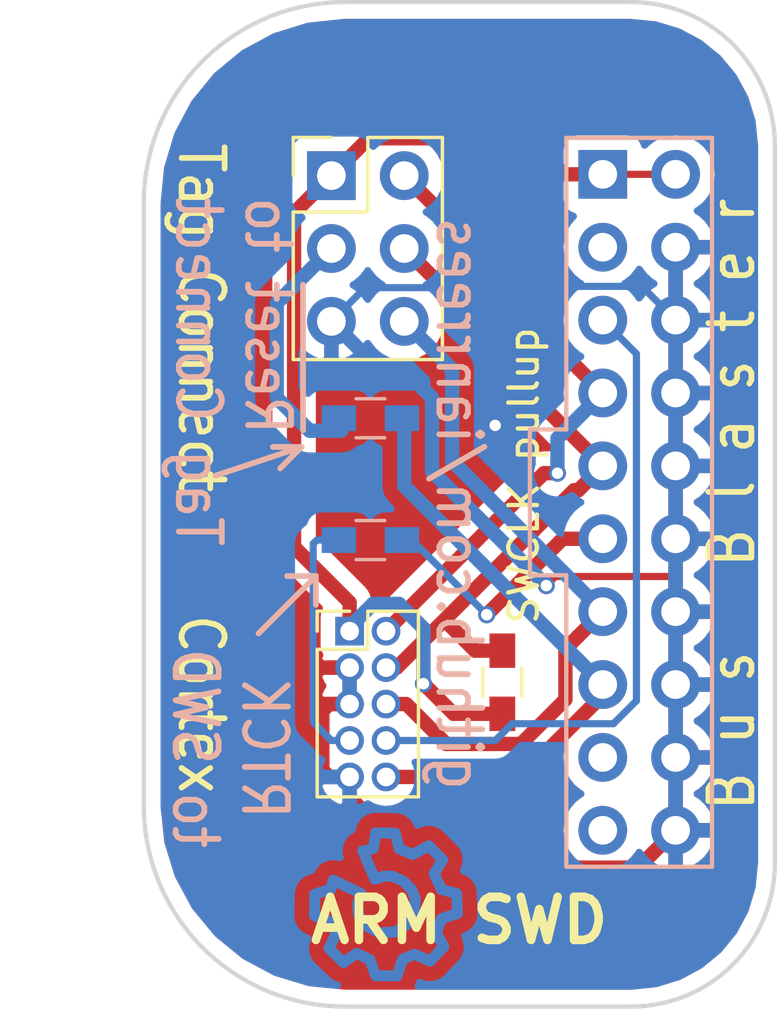
<source format=kicad_pcb>
(kicad_pcb (version 4) (host pcbnew 4.0.6)

  (general
    (links 29)
    (no_connects 0)
    (area 122.924999 99.924999 145.075001 135.075001)
    (thickness 1.6)
    (drawings 22)
    (tracks 123)
    (zones 0)
    (modules 7)
    (nets 11)
  )

  (page A4)
  (layers
    (0 F.Cu signal)
    (31 B.Cu signal)
    (32 B.Adhes user)
    (33 F.Adhes user)
    (34 B.Paste user)
    (35 F.Paste user)
    (36 B.SilkS user)
    (37 F.SilkS user)
    (38 B.Mask user)
    (39 F.Mask user)
    (40 Dwgs.User user)
    (41 Cmts.User user)
    (42 Eco1.User user)
    (43 Eco2.User user)
    (44 Edge.Cuts user)
    (45 Margin user)
    (46 B.CrtYd user)
    (47 F.CrtYd user)
    (48 B.Fab user)
    (49 F.Fab user)
  )

  (setup
    (last_trace_width 0.25)
    (user_trace_width 0.25)
    (user_trace_width 0.5)
    (trace_clearance 0.2)
    (zone_clearance 0.508)
    (zone_45_only no)
    (trace_min 0.2)
    (segment_width 0.2)
    (edge_width 0.15)
    (via_size 0.6)
    (via_drill 0.4)
    (via_min_size 0.4)
    (via_min_drill 0.3)
    (user_via 1 0.4)
    (uvia_size 0.3)
    (uvia_drill 0.1)
    (uvias_allowed no)
    (uvia_min_size 0.2)
    (uvia_min_drill 0.1)
    (pcb_text_width 0.3)
    (pcb_text_size 1.5 1.5)
    (mod_edge_width 0.15)
    (mod_text_size 1 1)
    (mod_text_width 0.15)
    (pad_size 1.524 1.524)
    (pad_drill 0.762)
    (pad_to_mask_clearance 0.2)
    (aux_axis_origin 123 135)
    (grid_origin 123 135)
    (visible_elements FFFEFF7F)
    (pcbplotparams
      (layerselection 0x010f0_80000001)
      (usegerberextensions true)
      (excludeedgelayer true)
      (linewidth 0.100000)
      (plotframeref false)
      (viasonmask false)
      (mode 1)
      (useauxorigin false)
      (hpglpennumber 1)
      (hpglpenspeed 20)
      (hpglpendiameter 15)
      (hpglpenoverlay 2)
      (psnegative false)
      (psa4output false)
      (plotreference true)
      (plotvalue true)
      (plotinvisibletext false)
      (padsonsilk false)
      (subtractmaskfromsilk false)
      (outputformat 1)
      (mirror false)
      (drillshape 0)
      (scaleselection 1)
      (outputdirectory gerbers/))
  )

  (net 0 "")
  (net 1 /Vtarget)
  (net 2 /GND)
  (net 3 /TDI)
  (net 4 /TMS/SWDIO)
  (net 5 /TCK/SWCLK)
  (net 6 "Net-(J101-Pad11)")
  (net 7 /SWO/TDO)
  (net 8 "Net-(J101-Pad15)")
  (net 9 /~Reset)
  (net 10 /RTCK)

  (net_class Default "This is the default net class."
    (clearance 0.2)
    (trace_width 0.25)
    (via_dia 0.6)
    (via_drill 0.4)
    (uvia_dia 0.3)
    (uvia_drill 0.1)
    (add_net /GND)
    (add_net /RTCK)
    (add_net /SWO/TDO)
    (add_net /TCK/SWCLK)
    (add_net /TDI)
    (add_net /TMS/SWDIO)
    (add_net /Vtarget)
    (add_net /~Reset)
    (add_net "Net-(J101-Pad11)")
    (add_net "Net-(J101-Pad15)")
  )

  (module Pin_Headers:Pin_Header_Straight_2x10_Pitch2.54mm (layer F.Cu) (tedit 58F30CBC) (tstamp 58F2F925)
    (at 139 106)
    (descr "Through hole straight pin header, 2x10, 2.54mm pitch, double rows")
    (tags "Through hole pin header THT 2x10 2.54mm double row")
    (path /58F2D11A)
    (fp_text reference J101 (at 1.27 -2.33) (layer F.SilkS) hide
      (effects (font (size 1 1) (thickness 0.15)))
    )
    (fp_text value CONN_02X10 (at 1.27 25.19) (layer F.Fab)
      (effects (font (size 1 1) (thickness 0.15)))
    )
    (fp_line (start -1.27 -1.27) (end 3.81 -1.27) (layer B.SilkS) (width 0.15))
    (fp_line (start -1.27 8.89) (end -1.27 -1.27) (layer B.SilkS) (width 0.15))
    (fp_line (start -2.54 8.89) (end -1.27 8.89) (layer B.SilkS) (width 0.15))
    (fp_line (start -2.54 13.97) (end -2.54 8.89) (layer B.SilkS) (width 0.15))
    (fp_line (start -1.27 13.97) (end -2.54 13.97) (layer B.SilkS) (width 0.15))
    (fp_line (start -1.27 24.13) (end -1.27 13.97) (layer B.SilkS) (width 0.15))
    (fp_line (start 3.81 24.13) (end -1.27 24.13) (layer B.SilkS) (width 0.15))
    (fp_line (start 3.81 -1.27) (end 3.81 24.13) (layer B.SilkS) (width 0.15))
    (fp_line (start -1.27 -1.27) (end -1.27 24.13) (layer F.Fab) (width 0.1))
    (fp_line (start -1.27 24.13) (end 3.81 24.13) (layer F.Fab) (width 0.1))
    (fp_line (start 3.81 24.13) (end 3.81 -1.27) (layer F.Fab) (width 0.1))
    (fp_line (start 3.81 -1.27) (end -1.27 -1.27) (layer F.Fab) (width 0.1))
    (fp_line (start -1.8 -1.8) (end -1.8 24.65) (layer F.CrtYd) (width 0.05))
    (fp_line (start -1.8 24.65) (end 4.35 24.65) (layer F.CrtYd) (width 0.05))
    (fp_line (start 4.35 24.65) (end 4.35 -1.8) (layer F.CrtYd) (width 0.05))
    (fp_line (start 4.35 -1.8) (end -1.8 -1.8) (layer F.CrtYd) (width 0.05))
    (fp_text user %R (at 1.27 -2.33) (layer F.Fab)
      (effects (font (size 1 1) (thickness 0.15)))
    )
    (pad 1 thru_hole rect (at 0 0) (size 1.7 1.7) (drill 1) (layers *.Cu *.Mask)
      (net 1 /Vtarget))
    (pad 2 thru_hole oval (at 2.54 0) (size 1.7 1.7) (drill 1) (layers *.Cu *.Mask)
      (net 1 /Vtarget))
    (pad 3 thru_hole oval (at 0 2.54) (size 1.7 1.7) (drill 1) (layers *.Cu *.Mask))
    (pad 4 thru_hole oval (at 2.54 2.54) (size 1.7 1.7) (drill 1) (layers *.Cu *.Mask)
      (net 2 /GND))
    (pad 5 thru_hole oval (at 0 5.08) (size 1.7 1.7) (drill 1) (layers *.Cu *.Mask)
      (net 3 /TDI))
    (pad 6 thru_hole oval (at 2.54 5.08) (size 1.7 1.7) (drill 1) (layers *.Cu *.Mask)
      (net 2 /GND))
    (pad 7 thru_hole oval (at 0 7.62) (size 1.7 1.7) (drill 1) (layers *.Cu *.Mask)
      (net 4 /TMS/SWDIO))
    (pad 8 thru_hole oval (at 2.54 7.62) (size 1.7 1.7) (drill 1) (layers *.Cu *.Mask)
      (net 2 /GND))
    (pad 9 thru_hole oval (at 0 10.16) (size 1.7 1.7) (drill 1) (layers *.Cu *.Mask)
      (net 5 /TCK/SWCLK))
    (pad 10 thru_hole oval (at 2.54 10.16) (size 1.7 1.7) (drill 1) (layers *.Cu *.Mask)
      (net 2 /GND))
    (pad 11 thru_hole oval (at 0 12.7) (size 1.7 1.7) (drill 1) (layers *.Cu *.Mask)
      (net 6 "Net-(J101-Pad11)"))
    (pad 12 thru_hole oval (at 2.54 12.7) (size 1.7 1.7) (drill 1) (layers *.Cu *.Mask)
      (net 2 /GND))
    (pad 13 thru_hole oval (at 0 15.24) (size 1.7 1.7) (drill 1) (layers *.Cu *.Mask)
      (net 7 /SWO/TDO))
    (pad 14 thru_hole oval (at 2.54 15.24) (size 1.7 1.7) (drill 1) (layers *.Cu *.Mask)
      (net 2 /GND))
    (pad 15 thru_hole oval (at 0 17.78) (size 1.7 1.7) (drill 1) (layers *.Cu *.Mask)
      (net 8 "Net-(J101-Pad15)"))
    (pad 16 thru_hole oval (at 2.54 17.78) (size 1.7 1.7) (drill 1) (layers *.Cu *.Mask)
      (net 2 /GND))
    (pad 17 thru_hole oval (at 0 20.32) (size 1.7 1.7) (drill 1) (layers *.Cu *.Mask))
    (pad 18 thru_hole oval (at 2.54 20.32) (size 1.7 1.7) (drill 1) (layers *.Cu *.Mask)
      (net 2 /GND))
    (pad 19 thru_hole oval (at 0 22.86) (size 1.7 1.7) (drill 1) (layers *.Cu *.Mask))
    (pad 20 thru_hole oval (at 2.54 22.86) (size 1.7 1.7) (drill 1) (layers *.Cu *.Mask)
      (net 2 /GND))
    (model ${KISYS3DMOD}/Pin_Headers.3dshapes/Pin_Header_Straight_2x10_Pitch2.54mm.wrl
      (at (xyz 0.05 -0.45 0))
      (scale (xyz 1 1 1))
      (rotate (xyz 0 0 90))
    )
  )

  (module Symbols:Symbol_OSHW-Logo_CopperTop (layer B.Cu) (tedit 58F31369) (tstamp 58F31338)
    (at 131.445 131.445 45)
    (descr "Symbol, OSHW-Logo, Copper Top,")
    (tags "Symbol, OSHW-Logo, Copper Top,")
    (fp_text reference REF** (at 0.09906 4.38912 45) (layer B.SilkS) hide
      (effects (font (size 1 1) (thickness 0.15)) (justify mirror))
    )
    (fp_text value Symbol_OSHW-Logo_CopperTop (at 0.30988 -6.56082 45) (layer B.Fab)
      (effects (font (size 1 1) (thickness 0.15)) (justify mirror))
    )
    (fp_line (start -1.78054 -0.92964) (end -2.03962 -1.49098) (layer B.Cu) (width 0.381))
    (fp_line (start -2.03962 -1.49098) (end -1.50114 -2.00914) (layer B.Cu) (width 0.381))
    (fp_line (start -1.50114 -2.00914) (end -0.98044 -1.7399) (layer B.Cu) (width 0.381))
    (fp_line (start -0.98044 -1.7399) (end -0.70104 -1.89992) (layer B.Cu) (width 0.381))
    (fp_line (start 0.73914 -1.8796) (end 1.06934 -1.6891) (layer B.Cu) (width 0.381))
    (fp_line (start 1.06934 -1.6891) (end 1.50876 -2.0193) (layer B.Cu) (width 0.381))
    (fp_line (start 1.50876 -2.0193) (end 1.9812 -1.52908) (layer B.Cu) (width 0.381))
    (fp_line (start 1.9812 -1.52908) (end 1.69926 -1.04902) (layer B.Cu) (width 0.381))
    (fp_line (start 1.69926 -1.04902) (end 1.88976 -0.57912) (layer B.Cu) (width 0.381))
    (fp_line (start 1.88976 -0.57912) (end 2.49936 -0.39116) (layer B.Cu) (width 0.381))
    (fp_line (start 2.49936 -0.39116) (end 2.49936 0.28956) (layer B.Cu) (width 0.381))
    (fp_line (start 2.49936 0.28956) (end 1.94056 0.42926) (layer B.Cu) (width 0.381))
    (fp_line (start 1.94056 0.42926) (end 1.7399 1.00076) (layer B.Cu) (width 0.381))
    (fp_line (start 1.7399 1.00076) (end 2.00914 1.47066) (layer B.Cu) (width 0.381))
    (fp_line (start 2.00914 1.47066) (end 1.53924 1.9812) (layer B.Cu) (width 0.381))
    (fp_line (start 1.53924 1.9812) (end 1.02108 1.71958) (layer B.Cu) (width 0.381))
    (fp_line (start 1.02108 1.71958) (end 0.55118 1.92024) (layer B.Cu) (width 0.381))
    (fp_line (start 0.55118 1.92024) (end 0.381 2.46126) (layer B.Cu) (width 0.381))
    (fp_line (start 0.381 2.46126) (end -0.30988 2.47904) (layer B.Cu) (width 0.381))
    (fp_line (start -0.30988 2.47904) (end -0.5207 1.9304) (layer B.Cu) (width 0.381))
    (fp_line (start -0.5207 1.9304) (end -0.9398 1.76022) (layer B.Cu) (width 0.381))
    (fp_line (start -0.9398 1.76022) (end -1.49098 2.02946) (layer B.Cu) (width 0.381))
    (fp_line (start -1.49098 2.02946) (end -2.00914 1.50114) (layer B.Cu) (width 0.381))
    (fp_line (start -2.00914 1.50114) (end -1.76022 0.96012) (layer B.Cu) (width 0.381))
    (fp_line (start -1.76022 0.96012) (end -1.9304 0.48006) (layer B.Cu) (width 0.381))
    (fp_line (start -1.9304 0.48006) (end -2.47904 0.381) (layer B.Cu) (width 0.381))
    (fp_line (start -2.47904 0.381) (end -2.4892 -0.32004) (layer B.Cu) (width 0.381))
    (fp_line (start -2.4892 -0.32004) (end -1.9304 -0.5207) (layer B.Cu) (width 0.381))
    (fp_line (start -1.9304 -0.5207) (end -1.7907 -0.91948) (layer B.Cu) (width 0.381))
    (fp_line (start 0.35052 -0.89916) (end 0.65024 -0.7493) (layer B.Cu) (width 0.381))
    (fp_line (start 0.65024 -0.7493) (end 0.8509 -0.55118) (layer B.Cu) (width 0.381))
    (fp_line (start 0.8509 -0.55118) (end 1.00076 -0.14986) (layer B.Cu) (width 0.381))
    (fp_line (start 1.00076 -0.14986) (end 1.00076 0.24892) (layer B.Cu) (width 0.381))
    (fp_line (start 1.00076 0.24892) (end 0.8509 0.59944) (layer B.Cu) (width 0.381))
    (fp_line (start 0.8509 0.59944) (end 0.39878 0.94996) (layer B.Cu) (width 0.381))
    (fp_line (start 0.39878 0.94996) (end -0.0508 1.00076) (layer B.Cu) (width 0.381))
    (fp_line (start -0.0508 1.00076) (end -0.44958 0.89916) (layer B.Cu) (width 0.381))
    (fp_line (start -0.44958 0.89916) (end -0.8509 0.55118) (layer B.Cu) (width 0.381))
    (fp_line (start -0.8509 0.55118) (end -1.00076 0.09906) (layer B.Cu) (width 0.381))
    (fp_line (start -1.00076 0.09906) (end -0.94996 -0.39878) (layer B.Cu) (width 0.381))
    (fp_line (start -0.94996 -0.39878) (end -0.70104 -0.70104) (layer B.Cu) (width 0.381))
    (fp_line (start -0.70104 -0.70104) (end -0.35052 -0.89916) (layer B.Cu) (width 0.381))
    (fp_line (start -0.35052 -0.89916) (end -0.70104 -1.89992) (layer B.Cu) (width 0.381))
    (fp_line (start 0.35052 -0.89916) (end 0.7493 -1.89992) (layer B.Cu) (width 0.381))
  )

  (module Pin_Headers:Pin_Header_Straight_2x03_Pitch2.54mm (layer F.Cu) (tedit 58F30336) (tstamp 58F2F92F)
    (at 129.54 106.045)
    (descr "Through hole straight pin header, 2x03, 2.54mm pitch, double rows")
    (tags "Through hole pin header THT 2x03 2.54mm double row")
    (path /58F2D141)
    (fp_text reference J102 (at 1.27 -2.33) (layer F.SilkS) hide
      (effects (font (size 1 1) (thickness 0.15)))
    )
    (fp_text value "Tag Connect" (at 1.27 7.41) (layer F.Fab)
      (effects (font (size 1 1) (thickness 0.15)))
    )
    (fp_line (start -1.27 -1.27) (end -1.27 6.35) (layer F.Fab) (width 0.1))
    (fp_line (start -1.27 6.35) (end 3.81 6.35) (layer F.Fab) (width 0.1))
    (fp_line (start 3.81 6.35) (end 3.81 -1.27) (layer F.Fab) (width 0.1))
    (fp_line (start 3.81 -1.27) (end -1.27 -1.27) (layer F.Fab) (width 0.1))
    (fp_line (start -1.33 1.27) (end -1.33 6.41) (layer F.SilkS) (width 0.12))
    (fp_line (start -1.33 6.41) (end 3.87 6.41) (layer F.SilkS) (width 0.12))
    (fp_line (start 3.87 6.41) (end 3.87 -1.33) (layer F.SilkS) (width 0.12))
    (fp_line (start 3.87 -1.33) (end 1.27 -1.33) (layer F.SilkS) (width 0.12))
    (fp_line (start 1.27 -1.33) (end 1.27 1.27) (layer F.SilkS) (width 0.12))
    (fp_line (start 1.27 1.27) (end -1.33 1.27) (layer F.SilkS) (width 0.12))
    (fp_line (start -1.33 0) (end -1.33 -1.33) (layer F.SilkS) (width 0.12))
    (fp_line (start -1.33 -1.33) (end 0 -1.33) (layer F.SilkS) (width 0.12))
    (fp_line (start -1.8 -1.8) (end -1.8 6.85) (layer F.CrtYd) (width 0.05))
    (fp_line (start -1.8 6.85) (end 4.35 6.85) (layer F.CrtYd) (width 0.05))
    (fp_line (start 4.35 6.85) (end 4.35 -1.8) (layer F.CrtYd) (width 0.05))
    (fp_line (start 4.35 -1.8) (end -1.8 -1.8) (layer F.CrtYd) (width 0.05))
    (fp_text user %R (at 1.27 -2.33) (layer F.Fab)
      (effects (font (size 1 1) (thickness 0.15)))
    )
    (pad 1 thru_hole rect (at 0 0) (size 1.7 1.7) (drill 1) (layers *.Cu *.Mask)
      (net 1 /Vtarget))
    (pad 2 thru_hole oval (at 2.54 0) (size 1.7 1.7) (drill 1) (layers *.Cu *.Mask)
      (net 4 /TMS/SWDIO))
    (pad 3 thru_hole oval (at 0 2.54) (size 1.7 1.7) (drill 1) (layers *.Cu *.Mask)
      (net 9 /~Reset))
    (pad 4 thru_hole oval (at 2.54 2.54) (size 1.7 1.7) (drill 1) (layers *.Cu *.Mask)
      (net 5 /TCK/SWCLK))
    (pad 5 thru_hole oval (at 0 5.08) (size 1.7 1.7) (drill 1) (layers *.Cu *.Mask)
      (net 2 /GND))
    (pad 6 thru_hole oval (at 2.54 5.08) (size 1.7 1.7) (drill 1) (layers *.Cu *.Mask)
      (net 7 /SWO/TDO))
    (model ${KISYS3DMOD}/Pin_Headers.3dshapes/Pin_Header_Straight_2x03_Pitch2.54mm.wrl
      (at (xyz 0.05 -0.1 0))
      (scale (xyz 1 1 1))
      (rotate (xyz 0 0 90))
    )
  )

  (module Pin_Headers:Pin_Header_Straight_2x05_Pitch1.27mm (layer F.Cu) (tedit 58F313A8) (tstamp 58F2F93D)
    (at 130.175 121.92)
    (descr "Through hole straight pin header, 2x05, 1.27mm pitch, double rows")
    (tags "Through hole pin header THT 2x05 1.27mm double row")
    (path /58F2D87B)
    (fp_text reference J103 (at 0.635 -1.695) (layer F.SilkS) hide
      (effects (font (size 1 1) (thickness 0.15)))
    )
    (fp_text value CONN_02X05 (at 0.635 6.775) (layer F.Fab)
      (effects (font (size 1 1) (thickness 0.15)))
    )
    (fp_line (start -1.07 -0.635) (end -1.07 5.715) (layer F.Fab) (width 0.1))
    (fp_line (start -1.07 5.715) (end 2.34 5.715) (layer F.Fab) (width 0.1))
    (fp_line (start 2.34 5.715) (end 2.34 -0.635) (layer F.Fab) (width 0.1))
    (fp_line (start 2.34 -0.635) (end -1.07 -0.635) (layer F.Fab) (width 0.1))
    (fp_line (start -1.13 0.635) (end -1.13 5.775) (layer F.SilkS) (width 0.12))
    (fp_line (start -1.13 5.775) (end 2.4 5.775) (layer F.SilkS) (width 0.12))
    (fp_line (start 2.4 5.775) (end 2.4 -0.695) (layer F.SilkS) (width 0.12))
    (fp_line (start 2.4 -0.695) (end 0.635 -0.695) (layer F.SilkS) (width 0.12))
    (fp_line (start 0.635 -0.695) (end 0.635 0.635) (layer F.SilkS) (width 0.12))
    (fp_line (start 0.635 0.635) (end -1.13 0.635) (layer F.SilkS) (width 0.12))
    (fp_line (start -1.13 0) (end -1.13 -0.695) (layer F.SilkS) (width 0.12))
    (fp_line (start -1.13 -0.695) (end 0 -0.695) (layer F.SilkS) (width 0.12))
    (fp_line (start -1.6 -1.15) (end -1.6 6.25) (layer F.CrtYd) (width 0.05))
    (fp_line (start -1.6 6.25) (end 2.85 6.25) (layer F.CrtYd) (width 0.05))
    (fp_line (start 2.85 6.25) (end 2.85 -1.15) (layer F.CrtYd) (width 0.05))
    (fp_line (start 2.85 -1.15) (end -1.6 -1.15) (layer F.CrtYd) (width 0.05))
    (fp_text user %R (at 0.635 -1.695) (layer F.Fab)
      (effects (font (size 1 1) (thickness 0.15)))
    )
    (pad 1 thru_hole rect (at 0 0) (size 1 1) (drill 0.65) (layers *.Cu *.Mask)
      (net 1 /Vtarget))
    (pad 2 thru_hole oval (at 1.27 0) (size 1 1) (drill 0.65) (layers *.Cu *.Mask)
      (net 4 /TMS/SWDIO))
    (pad 3 thru_hole oval (at 0 1.27) (size 1 1) (drill 0.65) (layers *.Cu *.Mask)
      (net 2 /GND))
    (pad 4 thru_hole oval (at 1.27 1.27) (size 1 1) (drill 0.65) (layers *.Cu *.Mask)
      (net 5 /TCK/SWCLK))
    (pad 5 thru_hole oval (at 0 2.54) (size 1 1) (drill 0.65) (layers *.Cu *.Mask)
      (net 2 /GND))
    (pad 6 thru_hole oval (at 1.27 2.54) (size 1 1) (drill 0.65) (layers *.Cu *.Mask)
      (net 7 /SWO/TDO))
    (pad 7 thru_hole oval (at 0 3.81) (size 1 1) (drill 0.65) (layers *.Cu *.Mask)
      (net 10 /RTCK))
    (pad 8 thru_hole oval (at 1.27 3.81) (size 1 1) (drill 0.65) (layers *.Cu *.Mask)
      (net 3 /TDI))
    (pad 9 thru_hole oval (at 0 5.08) (size 1 1) (drill 0.65) (layers *.Cu *.Mask)
      (net 2 /GND))
    (pad 10 thru_hole oval (at 1.27 5.08) (size 1 1) (drill 0.65) (layers *.Cu *.Mask)
      (net 8 "Net-(J101-Pad15)"))
    (model ${KISYS3DMOD}/Pin_Headers.3dshapes/Pin_Header_Straight_2x05_Pitch1.27mm.wrl
      (at (xyz 0 0 0))
      (scale (xyz 1 1 1))
      (rotate (xyz 0 0 0))
    )
  )

  (module Resistors_SMD:R_0603_HandSoldering (layer B.Cu) (tedit 58F30E8D) (tstamp 58F2F943)
    (at 130.9 114.5)
    (descr "Resistor SMD 0603, hand soldering")
    (tags "resistor 0603")
    (path /58F2E204)
    (attr smd)
    (fp_text reference JP101 (at 0 1.45) (layer B.SilkS) hide
      (effects (font (size 1 1) (thickness 0.15)) (justify mirror))
    )
    (fp_text value Jumper_NC_Small (at 0 -1.55) (layer B.Fab)
      (effects (font (size 1 1) (thickness 0.15)) (justify mirror))
    )
    (fp_text user %R (at 0 0) (layer B.Fab)
      (effects (font (size 0.5 0.5) (thickness 0.075)) (justify mirror))
    )
    (fp_line (start -0.8 -0.4) (end -0.8 0.4) (layer B.Fab) (width 0.1))
    (fp_line (start 0.8 -0.4) (end -0.8 -0.4) (layer B.Fab) (width 0.1))
    (fp_line (start 0.8 0.4) (end 0.8 -0.4) (layer B.Fab) (width 0.1))
    (fp_line (start -0.8 0.4) (end 0.8 0.4) (layer B.Fab) (width 0.1))
    (fp_line (start 0.5 -0.68) (end -0.5 -0.68) (layer B.SilkS) (width 0.12))
    (fp_line (start -0.5 0.68) (end 0.5 0.68) (layer B.SilkS) (width 0.12))
    (fp_line (start -1.96 0.7) (end 1.95 0.7) (layer B.CrtYd) (width 0.05))
    (fp_line (start -1.96 0.7) (end -1.96 -0.7) (layer B.CrtYd) (width 0.05))
    (fp_line (start 1.95 -0.7) (end 1.95 0.7) (layer B.CrtYd) (width 0.05))
    (fp_line (start 1.95 -0.7) (end -1.96 -0.7) (layer B.CrtYd) (width 0.05))
    (pad 1 smd rect (at -1.1 0) (size 1.2 0.9) (layers B.Cu B.Paste B.Mask)
      (net 9 /~Reset))
    (pad 2 smd rect (at 1.1 0) (size 1.2 0.9) (layers B.Cu B.Paste B.Mask)
      (net 8 "Net-(J101-Pad15)"))
    (model ${KISYS3DMOD}/Resistors_SMD.3dshapes/R_0603.wrl
      (at (xyz 0 0 0))
      (scale (xyz 1 1 1))
      (rotate (xyz 0 0 0))
    )
  )

  (module Resistors_SMD:R_0603_HandSoldering (layer B.Cu) (tedit 58F30E8A) (tstamp 58F2F949)
    (at 130.9 118.745 180)
    (descr "Resistor SMD 0603, hand soldering")
    (tags "resistor 0603")
    (path /58F2F693)
    (attr smd)
    (fp_text reference JP102 (at 0 1.45 180) (layer B.SilkS) hide
      (effects (font (size 1 1) (thickness 0.15)) (justify mirror))
    )
    (fp_text value Jumper_NC_Small (at 0 -1.55 180) (layer B.Fab)
      (effects (font (size 1 1) (thickness 0.15)) (justify mirror))
    )
    (fp_text user %R (at 0 0 180) (layer B.Fab)
      (effects (font (size 0.5 0.5) (thickness 0.075)) (justify mirror))
    )
    (fp_line (start -0.8 -0.4) (end -0.8 0.4) (layer B.Fab) (width 0.1))
    (fp_line (start 0.8 -0.4) (end -0.8 -0.4) (layer B.Fab) (width 0.1))
    (fp_line (start 0.8 0.4) (end 0.8 -0.4) (layer B.Fab) (width 0.1))
    (fp_line (start -0.8 0.4) (end 0.8 0.4) (layer B.Fab) (width 0.1))
    (fp_line (start 0.5 -0.68) (end -0.5 -0.68) (layer B.SilkS) (width 0.12))
    (fp_line (start -0.5 0.68) (end 0.5 0.68) (layer B.SilkS) (width 0.12))
    (fp_line (start -1.96 0.7) (end 1.95 0.7) (layer B.CrtYd) (width 0.05))
    (fp_line (start -1.96 0.7) (end -1.96 -0.7) (layer B.CrtYd) (width 0.05))
    (fp_line (start 1.95 -0.7) (end 1.95 0.7) (layer B.CrtYd) (width 0.05))
    (fp_line (start 1.95 -0.7) (end -1.96 -0.7) (layer B.CrtYd) (width 0.05))
    (pad 1 smd rect (at -1.1 0 180) (size 1.2 0.9) (layers B.Cu B.Paste B.Mask)
      (net 6 "Net-(J101-Pad11)"))
    (pad 2 smd rect (at 1.1 0 180) (size 1.2 0.9) (layers B.Cu B.Paste B.Mask)
      (net 10 /RTCK))
    (model ${KISYS3DMOD}/Resistors_SMD.3dshapes/R_0603.wrl
      (at (xyz 0 0 0))
      (scale (xyz 1 1 1))
      (rotate (xyz 0 0 0))
    )
  )

  (module Resistors_SMD:R_0603_HandSoldering (layer F.Cu) (tedit 590538E2) (tstamp 590537B1)
    (at 135.5 123.7 90)
    (descr "Resistor SMD 0603, hand soldering")
    (tags "resistor 0603")
    (path /590555B6)
    (attr smd)
    (fp_text reference R101 (at 0 -1.45 90) (layer F.SilkS) hide
      (effects (font (size 1 1) (thickness 0.15)))
    )
    (fp_text value 1k (at 0 1.55 90) (layer F.Fab)
      (effects (font (size 1 1) (thickness 0.15)))
    )
    (fp_text user %R (at 0 0 90) (layer F.Fab)
      (effects (font (size 0.5 0.5) (thickness 0.075)))
    )
    (fp_line (start -0.8 0.4) (end -0.8 -0.4) (layer F.Fab) (width 0.1))
    (fp_line (start 0.8 0.4) (end -0.8 0.4) (layer F.Fab) (width 0.1))
    (fp_line (start 0.8 -0.4) (end 0.8 0.4) (layer F.Fab) (width 0.1))
    (fp_line (start -0.8 -0.4) (end 0.8 -0.4) (layer F.Fab) (width 0.1))
    (fp_line (start 0.5 0.68) (end -0.5 0.68) (layer F.SilkS) (width 0.12))
    (fp_line (start -0.5 -0.68) (end 0.5 -0.68) (layer F.SilkS) (width 0.12))
    (fp_line (start -1.96 -0.7) (end 1.95 -0.7) (layer F.CrtYd) (width 0.05))
    (fp_line (start -1.96 -0.7) (end -1.96 0.7) (layer F.CrtYd) (width 0.05))
    (fp_line (start 1.95 0.7) (end 1.95 -0.7) (layer F.CrtYd) (width 0.05))
    (fp_line (start 1.95 0.7) (end -1.96 0.7) (layer F.CrtYd) (width 0.05))
    (pad 1 smd rect (at -1.1 0 90) (size 1.2 0.9) (layers F.Cu F.Paste F.Mask)
      (net 1 /Vtarget))
    (pad 2 smd rect (at 1.1 0 90) (size 1.2 0.9) (layers F.Cu F.Paste F.Mask)
      (net 5 /TCK/SWCLK))
    (model ${KISYS3DMOD}/Resistors_SMD.3dshapes/R_0603.wrl
      (at (xyz 0 0 0))
      (scale (xyz 1 1 1))
      (rotate (xyz 0 0 0))
    )
  )

  (gr_text "ARM SWD" (at 134 132) (layer F.SilkS)
    (effects (font (size 1.5 1.5) (thickness 0.3)))
  )
  (gr_text "SWCLK pullup" (at 136.25 116.5 90) (layer F.SilkS)
    (effects (font (size 1 1) (thickness 0.15)))
  )
  (gr_text github.com/ianrrees (at 133.985 117.475 270) (layer B.SilkS)
    (effects (font (size 1.5 1.3) (thickness 0.2)) (justify mirror))
  )
  (gr_line (start 128.5 115.5) (end 127.75 116.25) (layer B.SilkS) (width 0.2))
  (gr_line (start 127.5 115.5) (end 128.5 115.5) (layer B.SilkS) (width 0.2))
  (gr_line (start 125.5 116.5) (end 128.5 115.5) (layer B.SilkS) (width 0.2))
  (gr_text Cortex (at 125 124.46 270) (layer F.SilkS)
    (effects (font (size 1.5 1.3) (thickness 0.2)))
  )
  (gr_arc (start 130 128) (end 130 135) (angle 90) (layer Edge.Cuts) (width 0.15))
  (gr_arc (start 130 107) (end 123 107) (angle 90) (layer Edge.Cuts) (width 0.15))
  (gr_line (start 130 100) (end 140 100) (layer Edge.Cuts) (width 0.15))
  (gr_line (start 129 120) (end 129 121) (layer B.SilkS) (width 0.2))
  (gr_line (start 128 120) (end 129 120) (layer B.SilkS) (width 0.2))
  (gr_line (start 127 122) (end 129 120) (layer B.SilkS) (width 0.2))
  (gr_text "RTCK\nto SWD" (at 126 126 270) (layer B.SilkS)
    (effects (font (size 1.5 1.3) (thickness 0.2)) (justify mirror))
  )
  (gr_text "~Reset~ to\nTag Connect" (at 126.111 106.68 270) (layer B.SilkS)
    (effects (font (size 1.5 1.3) (thickness 0.2)) (justify right mirror))
  )
  (gr_text "Tag Connect" (at 125 111 270) (layer F.SilkS)
    (effects (font (size 1.5 1.3) (thickness 0.2)))
  )
  (gr_line (start 123 128) (end 123 107) (layer Edge.Cuts) (width 0.15))
  (gr_text "B u s   B l a s t e r" (at 143.5 117.5 90) (layer F.SilkS)
    (effects (font (size 1.5 1.3) (thickness 0.2)))
  )
  (gr_line (start 140 135) (end 130 135) (layer Edge.Cuts) (width 0.15))
  (gr_line (start 145 105) (end 145 130) (layer Edge.Cuts) (width 0.15))
  (gr_arc (start 140 105) (end 140 100) (angle 90) (layer Edge.Cuts) (width 0.15) (tstamp 58F30738))
  (gr_arc (start 140 130) (end 145 130) (angle 90) (layer Edge.Cuts) (width 0.15) (tstamp 58F3072A))

  (segment (start 132.75 123.75) (end 132.75 121.818998) (width 0.5) (layer B.Cu) (net 1))
  (segment (start 130.988999 120.969999) (end 130.175 121.783998) (width 0.5) (layer B.Cu) (net 1))
  (segment (start 132.75 121.818998) (end 131.901001 120.969999) (width 0.5) (layer B.Cu) (net 1))
  (segment (start 131.901001 120.969999) (end 130.988999 120.969999) (width 0.5) (layer B.Cu) (net 1))
  (segment (start 130.175 121.783998) (end 130.175 121.92) (width 0.5) (layer B.Cu) (net 1))
  (segment (start 135.5 124.8) (end 133.8 124.8) (width 0.5) (layer F.Cu) (net 1))
  (via (at 132.75 123.75) (size 0.6) (drill 0.4) (layers F.Cu B.Cu) (net 1))
  (segment (start 133.8 124.8) (end 132.75 123.75) (width 0.5) (layer F.Cu) (net 1))
  (segment (start 130.175 121.92) (end 130.175 120.92) (width 0.5) (layer F.Cu) (net 1))
  (segment (start 130.175 120.92) (end 128.239999 118.984999) (width 0.5) (layer F.Cu) (net 1))
  (segment (start 128.239999 118.984999) (end 128.239999 116.039999) (width 0.5) (layer F.Cu) (net 1))
  (segment (start 128.239999 116.039999) (end 128.239999 107.345001) (width 0.5) (layer F.Cu) (net 1))
  (segment (start 128.239999 107.345001) (end 129.54 106.045) (width 0.5) (layer F.Cu) (net 1))
  (segment (start 129.54 106.045) (end 130.840001 104.744999) (width 0.5) (layer F.Cu) (net 1))
  (segment (start 130.840001 104.744999) (end 136.394999 104.744999) (width 0.5) (layer F.Cu) (net 1))
  (segment (start 136.394999 104.744999) (end 137.65 106) (width 0.5) (layer F.Cu) (net 1))
  (segment (start 137.65 106) (end 139 106) (width 0.5) (layer F.Cu) (net 1))
  (segment (start 141.54 106) (end 140.337919 106) (width 0.25) (layer F.Cu) (net 1))
  (segment (start 140.337919 106) (end 139 106) (width 0.25) (layer F.Cu) (net 1))
  (segment (start 135.25 109.904999) (end 140.364999 109.904999) (width 0.25) (layer B.Cu) (net 2))
  (segment (start 135 109.904999) (end 135.25 109.904999) (width 0.25) (layer B.Cu) (net 2))
  (segment (start 135.25 109.904999) (end 135.25 114.75) (width 0.25) (layer B.Cu) (net 2))
  (via (at 135.25 114.75) (size 0.6) (drill 0.4) (layers F.Cu B.Cu) (net 2))
  (segment (start 129.54 111.125) (end 130.715001 109.949999) (width 0.25) (layer B.Cu) (net 2))
  (segment (start 130.715001 109.949999) (end 134.955 109.949999) (width 0.25) (layer B.Cu) (net 2))
  (segment (start 134.955 109.949999) (end 135 109.904999) (width 0.25) (layer B.Cu) (net 2))
  (segment (start 136.731394 120.03207) (end 137.031393 120.332069) (width 0.5) (layer B.Cu) (net 2))
  (segment (start 137.348462 120.015) (end 137.331392 120.03207) (width 0.25) (layer F.Cu) (net 2))
  (segment (start 133.050001 113.789966) (end 133.050001 116.350677) (width 0.5) (layer B.Cu) (net 2))
  (segment (start 132.290035 113.03) (end 133.050001 113.789966) (width 0.5) (layer B.Cu) (net 2))
  (segment (start 131.445 113.03) (end 132.290035 113.03) (width 0.5) (layer B.Cu) (net 2))
  (segment (start 129.54 111.125) (end 131.445 113.03) (width 0.5) (layer B.Cu) (net 2))
  (segment (start 141.54 120.015) (end 137.348462 120.015) (width 0.25) (layer F.Cu) (net 2))
  (via (at 137.031393 120.332069) (size 0.6) (drill 0.4) (layers F.Cu B.Cu) (net 2))
  (segment (start 133.050001 116.350677) (end 136.731394 120.03207) (width 0.5) (layer B.Cu) (net 2))
  (segment (start 137.331392 120.03207) (end 137.031393 120.332069) (width 0.25) (layer F.Cu) (net 2))
  (segment (start 141.54 111.08) (end 141.54 108.54) (width 0.5) (layer F.Cu) (net 2))
  (segment (start 141.54 113.62) (end 141.54 111.08) (width 0.5) (layer F.Cu) (net 2))
  (segment (start 141.54 116.16) (end 141.54 113.62) (width 0.5) (layer F.Cu) (net 2))
  (segment (start 141.54 118.7) (end 141.54 116.16) (width 0.5) (layer F.Cu) (net 2))
  (segment (start 141.54 120.015) (end 141.54 118.7) (width 0.5) (layer F.Cu) (net 2))
  (segment (start 141.54 121.24) (end 141.54 120.015) (width 0.5) (layer F.Cu) (net 2))
  (segment (start 141.54 123.78) (end 141.54 121.24) (width 0.5) (layer F.Cu) (net 2))
  (segment (start 141.54 126.32) (end 141.54 123.78) (width 0.5) (layer F.Cu) (net 2))
  (segment (start 141.54 128.86) (end 141.54 126.32) (width 0.5) (layer F.Cu) (net 2))
  (segment (start 130.175 127) (end 130.175 127.707106) (width 0.5) (layer F.Cu) (net 2))
  (segment (start 130.175 127.707106) (end 132.627895 130.160001) (width 0.5) (layer F.Cu) (net 2))
  (segment (start 132.627895 130.160001) (end 140.239999 130.160001) (width 0.5) (layer F.Cu) (net 2))
  (segment (start 140.239999 130.160001) (end 140.690001 129.709999) (width 0.5) (layer F.Cu) (net 2))
  (segment (start 140.690001 129.709999) (end 141.54 128.86) (width 0.5) (layer F.Cu) (net 2))
  (segment (start 130.175 124.46) (end 129.467894 124.46) (width 0.5) (layer F.Cu) (net 2))
  (segment (start 129.467894 124.46) (end 129.224999 124.702895) (width 0.5) (layer F.Cu) (net 2))
  (segment (start 129.224999 124.702895) (end 129.224999 126.757105) (width 0.5) (layer F.Cu) (net 2))
  (segment (start 129.224999 126.757105) (end 129.467894 127) (width 0.5) (layer F.Cu) (net 2))
  (segment (start 129.467894 127) (end 130.175 127) (width 0.5) (layer F.Cu) (net 2))
  (segment (start 130.175 124.46) (end 130.175 123.19) (width 0.25) (layer F.Cu) (net 2))
  (segment (start 140.364999 109.904999) (end 140.690001 110.230001) (width 0.25) (layer B.Cu) (net 2))
  (segment (start 140.690001 110.230001) (end 141.54 111.08) (width 0.25) (layer B.Cu) (net 2))
  (segment (start 135.255 125.73) (end 131.445 125.73) (width 0.25) (layer B.Cu) (net 3))
  (segment (start 135.840001 125.144999) (end 135.255 125.73) (width 0.25) (layer B.Cu) (net 3))
  (segment (start 139 111.08) (end 140.175001 112.255001) (width 0.25) (layer B.Cu) (net 3))
  (segment (start 140.175001 112.255001) (end 140.175001 124.344001) (width 0.25) (layer B.Cu) (net 3))
  (segment (start 140.175001 124.344001) (end 139.374003 125.144999) (width 0.25) (layer B.Cu) (net 3))
  (segment (start 139.374003 125.144999) (end 135.840001 125.144999) (width 0.25) (layer B.Cu) (net 3))
  (segment (start 136.950415 116.414585) (end 136.996566 116.414585) (width 0.5) (layer F.Cu) (net 4))
  (segment (start 131.445 121.92) (end 136.950415 116.414585) (width 0.5) (layer F.Cu) (net 4))
  (segment (start 139 113.62) (end 137.42083 115.19917) (width 0.5) (layer B.Cu) (net 4))
  (segment (start 137.42083 115.990321) (end 137.42083 116.414585) (width 0.5) (layer B.Cu) (net 4))
  (segment (start 137.42083 115.19917) (end 137.42083 115.990321) (width 0.5) (layer B.Cu) (net 4))
  (via (at 137.42083 116.414585) (size 0.6) (drill 0.4) (layers F.Cu B.Cu) (net 4))
  (segment (start 136.996566 116.414585) (end 137.42083 116.414585) (width 0.5) (layer F.Cu) (net 4))
  (segment (start 135.255 109.875) (end 135.255 109.22) (width 0.5) (layer F.Cu) (net 4))
  (segment (start 135.255 109.22) (end 132.08 106.045) (width 0.5) (layer F.Cu) (net 4))
  (segment (start 139 113.62) (end 135.255 109.875) (width 0.5) (layer F.Cu) (net 4))
  (segment (start 138.475 113.62) (end 139 113.62) (width 0.25) (layer B.Cu) (net 4))
  (segment (start 133.210035 121.8) (end 133.5 121.510035) (width 0.5) (layer F.Cu) (net 5))
  (segment (start 133.5 121.55) (end 133.5 121.510035) (width 0.5) (layer F.Cu) (net 5))
  (segment (start 133.5 121.510035) (end 138.000036 117.009999) (width 0.5) (layer F.Cu) (net 5))
  (segment (start 135.5 122.6) (end 134.55 122.6) (width 0.5) (layer F.Cu) (net 5))
  (segment (start 134.55 122.6) (end 133.5 121.55) (width 0.5) (layer F.Cu) (net 5))
  (segment (start 131.820035 123.19) (end 133.210035 121.8) (width 0.5) (layer F.Cu) (net 5))
  (segment (start 131.445 123.19) (end 131.820035 123.19) (width 0.5) (layer F.Cu) (net 5))
  (segment (start 138.000036 117.009999) (end 138.150001 117.009999) (width 0.5) (layer F.Cu) (net 5))
  (segment (start 138.150001 117.009999) (end 139 116.16) (width 0.5) (layer F.Cu) (net 5))
  (segment (start 139 116.16) (end 136.84 114) (width 0.5) (layer F.Cu) (net 5))
  (segment (start 136.84 114) (end 135.89 113.05) (width 0.5) (layer F.Cu) (net 5))
  (segment (start 135.89 113.05) (end 135.89 112.395) (width 0.5) (layer F.Cu) (net 5))
  (segment (start 135.89 112.395) (end 132.08 108.585) (width 0.5) (layer F.Cu) (net 5))
  (segment (start 138.475 116.16) (end 139 116.16) (width 0.25) (layer F.Cu) (net 5))
  (segment (start 132.08 109.24) (end 132.08 108.585) (width 0.25) (layer F.Cu) (net 5))
  (segment (start 139 118.7) (end 137.602787 118.7) (width 0.5) (layer F.Cu) (net 6))
  (segment (start 137.602787 118.7) (end 134.955131 121.347656) (width 0.5) (layer F.Cu) (net 6))
  (segment (start 134.655132 121.047657) (end 134.955131 121.347656) (width 0.25) (layer B.Cu) (net 6))
  (segment (start 132.08 118.745) (end 132.352475 118.745) (width 0.25) (layer B.Cu) (net 6))
  (segment (start 132.352475 118.745) (end 134.655132 121.047657) (width 0.25) (layer B.Cu) (net 6))
  (via (at 134.955131 121.347656) (size 0.6) (drill 0.4) (layers F.Cu B.Cu) (net 6))
  (segment (start 133.542107 125.850001) (end 136.149999 125.850001) (width 0.5) (layer F.Cu) (net 7))
  (segment (start 136.149999 125.850001) (end 137.699999 124.300001) (width 0.5) (layer F.Cu) (net 7))
  (segment (start 137.699999 124.300001) (end 137.699999 122.540001) (width 0.5) (layer F.Cu) (net 7))
  (segment (start 137.699999 122.540001) (end 138.150001 122.089999) (width 0.5) (layer F.Cu) (net 7))
  (segment (start 138.150001 122.089999) (end 139 121.24) (width 0.5) (layer F.Cu) (net 7))
  (segment (start 132.08 111.125) (end 133.750012 112.795012) (width 0.5) (layer B.Cu) (net 7))
  (segment (start 133.750012 112.795012) (end 133.750012 115.990012) (width 0.5) (layer B.Cu) (net 7))
  (segment (start 133.750012 115.990012) (end 138.150001 120.390001) (width 0.5) (layer B.Cu) (net 7))
  (segment (start 138.150001 120.390001) (end 139 121.24) (width 0.5) (layer B.Cu) (net 7))
  (segment (start 133.542107 125.850001) (end 132.152106 124.46) (width 0.5) (layer F.Cu) (net 7))
  (segment (start 132.152106 124.46) (end 131.445 124.46) (width 0.5) (layer F.Cu) (net 7))
  (segment (start 136.149967 127) (end 139 124.149967) (width 0.5) (layer F.Cu) (net 8))
  (segment (start 131.445 127) (end 136.149967 127) (width 0.5) (layer F.Cu) (net 8))
  (segment (start 139 124.149967) (end 139 123.78) (width 0.5) (layer F.Cu) (net 8))
  (segment (start 132.08 114.935) (end 132.08 116.86) (width 0.5) (layer B.Cu) (net 8))
  (segment (start 138.150001 122.930001) (end 139 123.78) (width 0.5) (layer B.Cu) (net 8))
  (segment (start 132.08 116.86) (end 138.150001 122.930001) (width 0.5) (layer B.Cu) (net 8))
  (segment (start 127.635 113.79) (end 127.635 110.49) (width 0.5) (layer B.Cu) (net 9))
  (segment (start 127.635 110.49) (end 129.54 108.585) (width 0.5) (layer B.Cu) (net 9))
  (segment (start 129.88 114.935) (end 128.78 114.935) (width 0.5) (layer B.Cu) (net 9))
  (segment (start 128.78 114.935) (end 127.635 113.79) (width 0.5) (layer B.Cu) (net 9))
  (segment (start 129.88 114.935) (end 129.73 114.935) (width 0.25) (layer B.Cu) (net 9))
  (segment (start 129.88 118.745) (end 129.03 118.745) (width 0.25) (layer B.Cu) (net 10))
  (segment (start 129.03 118.745) (end 128.905 118.87) (width 0.25) (layer B.Cu) (net 10))
  (segment (start 128.905 118.87) (end 128.905 125.095) (width 0.25) (layer B.Cu) (net 10))
  (segment (start 128.905 125.095) (end 129.54 125.73) (width 0.25) (layer B.Cu) (net 10))
  (segment (start 129.54 125.73) (end 130.175 125.73) (width 0.25) (layer B.Cu) (net 10))

  (zone (net 2) (net_name /GND) (layer F.Cu) (tstamp 0) (hatch edge 0.508)
    (connect_pads (clearance 0.508))
    (min_thickness 0.254)
    (fill yes (arc_segments 32) (thermal_gap 0.508) (thermal_bridge_width 0.508) (smoothing fillet) (radius 2))
    (polygon
      (pts
        (xy 123 100) (xy 145 100) (xy 145 135) (xy 123 135)
      )
    )
    (filled_polygon
      (pts
        (xy 140.832601 100.795041) (xy 141.633494 101.036846) (xy 142.372165 101.429604) (xy 143.020482 101.958357) (xy 143.553747 102.602963)
        (xy 143.951654 103.338878) (xy 144.199042 104.13806) (xy 144.29 105.003469) (xy 144.29 129.965281) (xy 144.204959 130.832601)
        (xy 143.963154 131.633494) (xy 143.570395 132.372168) (xy 143.04164 133.020484) (xy 142.397034 133.553749) (xy 141.661122 133.951654)
        (xy 140.861942 134.199042) (xy 139.996532 134.29) (xy 130.03472 134.29) (xy 128.77893 134.166869) (xy 127.604362 133.812246)
        (xy 126.521052 133.236239) (xy 125.57025 132.460784) (xy 124.788177 131.51542) (xy 124.204621 130.436158) (xy 123.841807 129.264095)
        (xy 123.710041 128.01042) (xy 123.71 127.998659) (xy 123.71 127.301874) (xy 129.080881 127.301874) (xy 129.097554 127.356864)
        (xy 129.187877 127.560206) (xy 129.316135 127.74202) (xy 129.477399 127.895318) (xy 129.665471 128.01421) (xy 129.873124 128.094126)
        (xy 130.048 127.969129) (xy 130.048 127.127) (xy 129.207046 127.127) (xy 129.080881 127.301874) (xy 123.71 127.301874)
        (xy 123.71 123.491874) (xy 129.080881 123.491874) (xy 129.097554 123.546864) (xy 129.187877 123.750206) (xy 129.240639 123.825)
        (xy 129.187877 123.899794) (xy 129.097554 124.103136) (xy 129.080881 124.158126) (xy 129.207046 124.333) (xy 130.048 124.333)
        (xy 130.048 123.317) (xy 129.207046 123.317) (xy 129.080881 123.491874) (xy 123.71 123.491874) (xy 123.71 107.345001)
        (xy 127.354999 107.345001) (xy 127.354999 118.984999) (xy 127.362976 119.066355) (xy 127.370101 119.147795) (xy 127.3714 119.152266)
        (xy 127.371854 119.156896) (xy 127.395474 119.23513) (xy 127.418289 119.313659) (xy 127.420431 119.317792) (xy 127.421776 119.322246)
        (xy 127.460134 119.394387) (xy 127.497775 119.467005) (xy 127.500681 119.470645) (xy 127.502864 119.474751) (xy 127.554506 119.53807)
        (xy 127.605533 119.60199) (xy 127.611926 119.608473) (xy 127.612029 119.6086) (xy 127.612146 119.608697) (xy 127.614209 119.610789)
        (xy 129.119195 121.115775) (xy 129.06219 121.242237) (xy 129.036928 121.42) (xy 129.036928 122.42) (xy 129.044992 122.521121)
        (xy 129.098106 122.692634) (xy 129.135056 122.748708) (xy 129.097554 122.833136) (xy 129.080881 122.888126) (xy 129.207046 123.063)
        (xy 130.048 123.063) (xy 130.048 123.058072) (xy 130.302 123.058072) (xy 130.302 123.063) (xy 130.317051 123.063)
        (xy 130.304536 123.182076) (xy 130.316815 123.317) (xy 130.302 123.317) (xy 130.302 124.333) (xy 130.317051 124.333)
        (xy 130.304536 124.452076) (xy 130.316815 124.587) (xy 130.302 124.587) (xy 130.302 124.606962) (xy 130.196339 124.595111)
        (xy 130.180492 124.595) (xy 130.169508 124.595) (xy 130.048 124.606914) (xy 130.048 124.587) (xy 129.207046 124.587)
        (xy 129.080881 124.761874) (xy 129.097554 124.816864) (xy 129.187877 125.020206) (xy 129.235195 125.087283) (xy 129.22855 125.095316)
        (xy 129.123193 125.29017) (xy 129.05769 125.501777) (xy 129.034536 125.722076) (xy 129.054612 125.942678) (xy 129.117154 126.155178)
        (xy 129.219781 126.351484) (xy 129.23597 126.371619) (xy 129.187877 126.439794) (xy 129.097554 126.643136) (xy 129.080881 126.698126)
        (xy 129.207046 126.873) (xy 130.048 126.873) (xy 130.048 126.853038) (xy 130.153661 126.864889) (xy 130.169508 126.865)
        (xy 130.180492 126.865) (xy 130.302 126.853086) (xy 130.302 126.873) (xy 130.317051 126.873) (xy 130.304536 126.992076)
        (xy 130.316815 127.127) (xy 130.302 127.127) (xy 130.302 127.969129) (xy 130.476876 128.094126) (xy 130.684529 128.01421)
        (xy 130.80318 127.939203) (xy 130.992384 128.043219) (xy 131.203528 128.110198) (xy 131.423661 128.134889) (xy 131.439508 128.135)
        (xy 131.450492 128.135) (xy 131.670948 128.113384) (xy 131.883007 128.04936) (xy 132.078591 127.945366) (xy 132.152607 127.885)
        (xy 136.149967 127.885) (xy 136.231323 127.877023) (xy 136.312763 127.869898) (xy 136.317234 127.868599) (xy 136.321864 127.868145)
        (xy 136.400098 127.844525) (xy 136.478627 127.82171) (xy 136.48276 127.819568) (xy 136.487214 127.818223) (xy 136.559355 127.779865)
        (xy 136.631973 127.742224) (xy 136.635613 127.739318) (xy 136.639719 127.737135) (xy 136.703038 127.685493) (xy 136.766958 127.634466)
        (xy 136.773441 127.628073) (xy 136.773568 127.62797) (xy 136.773665 127.627853) (xy 136.775757 127.62579) (xy 137.595325 126.806222)
        (xy 137.615947 126.876291) (xy 137.75022 127.133131) (xy 137.931823 127.359) (xy 138.153839 127.545294) (xy 138.234247 127.589498)
        (xy 138.171029 127.623112) (xy 137.946433 127.806287) (xy 137.761694 128.029599) (xy 137.623848 128.284539) (xy 137.538146 128.561399)
        (xy 137.507851 128.849633) (xy 137.534118 129.138261) (xy 137.615947 129.416291) (xy 137.75022 129.673131) (xy 137.931823 129.899)
        (xy 138.153839 130.085294) (xy 138.407811 130.224916) (xy 138.684066 130.312549) (xy 138.972081 130.344855) (xy 138.992815 130.345)
        (xy 139.007185 130.345) (xy 139.295623 130.316718) (xy 139.573075 130.232951) (xy 139.828971 130.096888) (xy 140.053567 129.913713)
        (xy 140.238306 129.690401) (xy 140.270835 129.63024) (xy 140.442412 129.860269) (xy 140.658645 130.055178) (xy 140.908748 130.204157)
        (xy 141.183109 130.301481) (xy 141.413 130.180814) (xy 141.413 128.987) (xy 141.667 128.987) (xy 141.667 130.180814)
        (xy 141.896891 130.301481) (xy 142.171252 130.204157) (xy 142.421355 130.055178) (xy 142.637588 129.860269) (xy 142.811641 129.62692)
        (xy 142.936825 129.364099) (xy 142.981476 129.21689) (xy 142.860155 128.987) (xy 141.667 128.987) (xy 141.413 128.987)
        (xy 141.393 128.987) (xy 141.393 128.733) (xy 141.413 128.733) (xy 141.413 126.447) (xy 141.667 126.447)
        (xy 141.667 128.733) (xy 142.860155 128.733) (xy 142.981476 128.50311) (xy 142.936825 128.355901) (xy 142.811641 128.09308)
        (xy 142.637588 127.859731) (xy 142.421355 127.664822) (xy 142.295745 127.59) (xy 142.421355 127.515178) (xy 142.637588 127.320269)
        (xy 142.811641 127.08692) (xy 142.936825 126.824099) (xy 142.981476 126.67689) (xy 142.860155 126.447) (xy 141.667 126.447)
        (xy 141.413 126.447) (xy 141.393 126.447) (xy 141.393 126.193) (xy 141.413 126.193) (xy 141.413 123.907)
        (xy 141.667 123.907) (xy 141.667 126.193) (xy 142.860155 126.193) (xy 142.981476 125.96311) (xy 142.936825 125.815901)
        (xy 142.811641 125.55308) (xy 142.637588 125.319731) (xy 142.421355 125.124822) (xy 142.295745 125.05) (xy 142.421355 124.975178)
        (xy 142.637588 124.780269) (xy 142.811641 124.54692) (xy 142.936825 124.284099) (xy 142.981476 124.13689) (xy 142.860155 123.907)
        (xy 141.667 123.907) (xy 141.413 123.907) (xy 141.393 123.907) (xy 141.393 123.653) (xy 141.413 123.653)
        (xy 141.413 121.367) (xy 141.667 121.367) (xy 141.667 123.653) (xy 142.860155 123.653) (xy 142.981476 123.42311)
        (xy 142.936825 123.275901) (xy 142.811641 123.01308) (xy 142.637588 122.779731) (xy 142.421355 122.584822) (xy 142.295745 122.51)
        (xy 142.421355 122.435178) (xy 142.637588 122.240269) (xy 142.811641 122.00692) (xy 142.936825 121.744099) (xy 142.981476 121.59689)
        (xy 142.860155 121.367) (xy 141.667 121.367) (xy 141.413 121.367) (xy 141.393 121.367) (xy 141.393 121.113)
        (xy 141.413 121.113) (xy 141.413 118.827) (xy 141.667 118.827) (xy 141.667 121.113) (xy 142.860155 121.113)
        (xy 142.981476 120.88311) (xy 142.936825 120.735901) (xy 142.811641 120.47308) (xy 142.637588 120.239731) (xy 142.421355 120.044822)
        (xy 142.295745 119.97) (xy 142.421355 119.895178) (xy 142.637588 119.700269) (xy 142.811641 119.46692) (xy 142.936825 119.204099)
        (xy 142.981476 119.05689) (xy 142.860155 118.827) (xy 141.667 118.827) (xy 141.413 118.827) (xy 141.393 118.827)
        (xy 141.393 118.573) (xy 141.413 118.573) (xy 141.413 116.287) (xy 141.667 116.287) (xy 141.667 118.573)
        (xy 142.860155 118.573) (xy 142.981476 118.34311) (xy 142.936825 118.195901) (xy 142.811641 117.93308) (xy 142.637588 117.699731)
        (xy 142.421355 117.504822) (xy 142.295745 117.43) (xy 142.421355 117.355178) (xy 142.637588 117.160269) (xy 142.811641 116.92692)
        (xy 142.936825 116.664099) (xy 142.981476 116.51689) (xy 142.860155 116.287) (xy 141.667 116.287) (xy 141.413 116.287)
        (xy 141.393 116.287) (xy 141.393 116.033) (xy 141.413 116.033) (xy 141.413 113.747) (xy 141.667 113.747)
        (xy 141.667 116.033) (xy 142.860155 116.033) (xy 142.981476 115.80311) (xy 142.936825 115.655901) (xy 142.811641 115.39308)
        (xy 142.637588 115.159731) (xy 142.421355 114.964822) (xy 142.295745 114.89) (xy 142.421355 114.815178) (xy 142.637588 114.620269)
        (xy 142.811641 114.38692) (xy 142.936825 114.124099) (xy 142.981476 113.97689) (xy 142.860155 113.747) (xy 141.667 113.747)
        (xy 141.413 113.747) (xy 141.393 113.747) (xy 141.393 113.493) (xy 141.413 113.493) (xy 141.413 111.207)
        (xy 141.667 111.207) (xy 141.667 113.493) (xy 142.860155 113.493) (xy 142.981476 113.26311) (xy 142.936825 113.115901)
        (xy 142.811641 112.85308) (xy 142.637588 112.619731) (xy 142.421355 112.424822) (xy 142.295745 112.35) (xy 142.421355 112.275178)
        (xy 142.637588 112.080269) (xy 142.811641 111.84692) (xy 142.936825 111.584099) (xy 142.981476 111.43689) (xy 142.860155 111.207)
        (xy 141.667 111.207) (xy 141.413 111.207) (xy 141.393 111.207) (xy 141.393 110.953) (xy 141.413 110.953)
        (xy 141.413 108.667) (xy 141.667 108.667) (xy 141.667 110.953) (xy 142.860155 110.953) (xy 142.981476 110.72311)
        (xy 142.936825 110.575901) (xy 142.811641 110.31308) (xy 142.637588 110.079731) (xy 142.421355 109.884822) (xy 142.295745 109.81)
        (xy 142.421355 109.735178) (xy 142.637588 109.540269) (xy 142.811641 109.30692) (xy 142.936825 109.044099) (xy 142.981476 108.89689)
        (xy 142.860155 108.667) (xy 141.667 108.667) (xy 141.413 108.667) (xy 141.393 108.667) (xy 141.393 108.413)
        (xy 141.413 108.413) (xy 141.413 108.393) (xy 141.667 108.393) (xy 141.667 108.413) (xy 142.860155 108.413)
        (xy 142.981476 108.18311) (xy 142.936825 108.035901) (xy 142.811641 107.77308) (xy 142.637588 107.539731) (xy 142.421355 107.344822)
        (xy 142.30091 107.273077) (xy 142.368971 107.236888) (xy 142.593567 107.053713) (xy 142.778306 106.830401) (xy 142.916152 106.575461)
        (xy 143.001854 106.298601) (xy 143.032149 106.010367) (xy 143.005882 105.721739) (xy 142.924053 105.443709) (xy 142.78978 105.186869)
        (xy 142.608177 104.961) (xy 142.386161 104.774706) (xy 142.132189 104.635084) (xy 141.855934 104.547451) (xy 141.567919 104.515145)
        (xy 141.547185 104.515) (xy 141.532815 104.515) (xy 141.244377 104.543282) (xy 140.966925 104.627049) (xy 140.711029 104.763112)
        (xy 140.486433 104.946287) (xy 140.458641 104.979882) (xy 140.426894 104.877366) (xy 140.3281 104.727441) (xy 140.19145 104.610975)
        (xy 140.027763 104.53719) (xy 139.85 104.511928) (xy 138.15 104.511928) (xy 138.048879 104.519992) (xy 137.877366 104.573106)
        (xy 137.727441 104.6719) (xy 137.656599 104.755019) (xy 137.020789 104.119209) (xy 136.957573 104.067283) (xy 136.894995 104.014774)
        (xy 136.890918 104.012533) (xy 136.887321 104.009578) (xy 136.815291 103.970956) (xy 136.743638 103.931564) (xy 136.739199 103.930156)
        (xy 136.7351 103.927958) (xy 136.656973 103.904072) (xy 136.579001 103.879338) (xy 136.574373 103.878819) (xy 136.569925 103.877459)
        (xy 136.48866 103.869205) (xy 136.407356 103.860085) (xy 136.398252 103.860022) (xy 136.398088 103.860005) (xy 136.397935 103.860019)
        (xy 136.394999 103.859999) (xy 130.840001 103.859999) (xy 130.75865 103.867976) (xy 130.677204 103.875101) (xy 130.672732 103.8764)
        (xy 130.668104 103.876854) (xy 130.589882 103.900471) (xy 130.511341 103.923289) (xy 130.507208 103.925431) (xy 130.502754 103.926776)
        (xy 130.430613 103.965134) (xy 130.357995 104.002775) (xy 130.354355 104.005681) (xy 130.350249 104.007864) (xy 130.28693 104.059506)
        (xy 130.22301 104.110533) (xy 130.216531 104.116922) (xy 130.2164 104.117029) (xy 130.2163 104.11715) (xy 130.214211 104.11921)
        (xy 129.776493 104.556928) (xy 128.69 104.556928) (xy 128.588879 104.564992) (xy 128.417366 104.618106) (xy 128.267441 104.7169)
        (xy 128.150975 104.85355) (xy 128.07719 105.017237) (xy 128.051928 105.195) (xy 128.051928 106.281492) (xy 127.614209 106.719211)
        (xy 127.562283 106.782427) (xy 127.509774 106.845005) (xy 127.507533 106.849082) (xy 127.504578 106.852679) (xy 127.465956 106.924709)
        (xy 127.426564 106.996362) (xy 127.425156 107.000801) (xy 127.422958 107.0049) (xy 127.399072 107.083027) (xy 127.374338 107.160999)
        (xy 127.373819 107.165627) (xy 127.372459 107.170075) (xy 127.364205 107.25134) (xy 127.355085 107.332644) (xy 127.355022 107.341748)
        (xy 127.355005 107.341912) (xy 127.355019 107.342065) (xy 127.354999 107.345001) (xy 123.71 107.345001) (xy 123.71 107.03472)
        (xy 123.833131 105.778931) (xy 124.187754 104.604364) (xy 124.763763 103.521049) (xy 125.539216 102.57025) (xy 126.484581 101.788176)
        (xy 127.563846 101.20462) (xy 128.735905 100.841807) (xy 129.98958 100.710041) (xy 130.001341 100.71) (xy 139.96528 100.71)
      )
    )
    (filled_polygon
      (pts
        (xy 129.667 110.998) (xy 129.687 110.998) (xy 129.687 111.252) (xy 129.667 111.252) (xy 129.667 112.445814)
        (xy 129.896891 112.566481) (xy 130.171252 112.469157) (xy 130.421355 112.320178) (xy 130.637588 112.125269) (xy 130.808361 111.896318)
        (xy 130.83022 111.938131) (xy 131.011823 112.164) (xy 131.233839 112.350294) (xy 131.487811 112.489916) (xy 131.764066 112.577549)
        (xy 132.052081 112.609855) (xy 132.072815 112.61) (xy 132.087185 112.61) (xy 132.375623 112.581718) (xy 132.653075 112.497951)
        (xy 132.908971 112.361888) (xy 133.133567 112.178713) (xy 133.318306 111.955401) (xy 133.456152 111.700461) (xy 133.541854 111.423601)
        (xy 133.553759 111.310338) (xy 135.005 112.761579) (xy 135.005 113.05) (xy 135.012977 113.131356) (xy 135.020102 113.212796)
        (xy 135.021401 113.217267) (xy 135.021855 113.221897) (xy 135.045475 113.300131) (xy 135.06829 113.37866) (xy 135.070432 113.382793)
        (xy 135.071777 113.387247) (xy 135.110135 113.459388) (xy 135.147776 113.532006) (xy 135.150682 113.535646) (xy 135.152865 113.539752)
        (xy 135.204507 113.603071) (xy 135.255534 113.666991) (xy 135.261927 113.673474) (xy 135.26203 113.673601) (xy 135.262147 113.673698)
        (xy 135.26421 113.67579) (xy 136.214139 114.625718) (xy 136.21421 114.62579) (xy 137.117204 115.528784) (xy 137.115222 115.529585)
        (xy 136.950415 115.529585) (xy 136.8691 115.537558) (xy 136.787619 115.544687) (xy 136.783148 115.545986) (xy 136.778518 115.54644)
        (xy 136.70033 115.570046) (xy 136.621755 115.592874) (xy 136.617618 115.595019) (xy 136.613168 115.596362) (xy 136.541042 115.634712)
        (xy 136.46841 115.672361) (xy 136.464772 115.675265) (xy 136.460663 115.67745) (xy 136.397353 115.729085) (xy 136.333424 115.780118)
        (xy 136.326943 115.786509) (xy 136.326814 115.786615) (xy 136.326715 115.786735) (xy 136.324626 115.788795) (xy 131.316344 120.797076)
        (xy 131.219052 120.806616) (xy 131.053775 120.856516) (xy 131.052022 120.83864) (xy 131.044898 120.757204) (xy 131.043599 120.752733)
        (xy 131.043145 120.748103) (xy 131.019539 120.669915) (xy 130.996711 120.59134) (xy 130.994566 120.587203) (xy 130.993223 120.582753)
        (xy 130.954873 120.510627) (xy 130.917224 120.437995) (xy 130.91432 120.434357) (xy 130.912135 120.430248) (xy 130.8605 120.366938)
        (xy 130.809467 120.303009) (xy 130.803076 120.296528) (xy 130.80297 120.296399) (xy 130.80285 120.2963) (xy 130.80079 120.294211)
        (xy 129.124999 118.618419) (xy 129.124999 112.545868) (xy 129.183109 112.566481) (xy 129.413 112.445814) (xy 129.413 111.252)
        (xy 129.393 111.252) (xy 129.393 110.998) (xy 129.413 110.998) (xy 129.413 110.978) (xy 129.667 110.978)
      )
    )
  )
  (zone (net 2) (net_name /GND) (layer B.Cu) (tstamp 0) (hatch edge 0.508)
    (connect_pads (clearance 0.508))
    (min_thickness 0.254)
    (fill yes (arc_segments 32) (thermal_gap 0.508) (thermal_bridge_width 0.508) (smoothing fillet) (radius 2))
    (polygon
      (pts
        (xy 123 100) (xy 145 100) (xy 145 135) (xy 123 135)
      )
    )
    (filled_polygon
      (pts
        (xy 140.832601 100.795041) (xy 141.633494 101.036846) (xy 142.372165 101.429604) (xy 143.020482 101.958357) (xy 143.553747 102.602963)
        (xy 143.951654 103.338878) (xy 144.199042 104.13806) (xy 144.29 105.003469) (xy 144.29 129.965281) (xy 144.204959 130.832601)
        (xy 143.963154 131.633494) (xy 143.570395 132.372168) (xy 143.04164 133.020484) (xy 142.397034 133.553749) (xy 141.661122 133.951654)
        (xy 140.861942 134.199042) (xy 139.996532 134.29) (xy 132.567903 134.29) (xy 132.58362 134.261594) (xy 132.591525 134.236909)
        (xy 132.602629 134.213487) (xy 132.60645 134.202613) (xy 132.62067 134.161233) (xy 132.643326 134.171311) (xy 132.660156 134.176903)
        (xy 132.675936 134.184987) (xy 132.736473 134.202261) (xy 132.796217 134.222112) (xy 132.813809 134.224328) (xy 132.830861 134.229194)
        (xy 132.893602 134.234381) (xy 132.956063 134.24225) (xy 132.973751 134.241007) (xy 132.991423 134.242468) (xy 133.053983 134.235369)
        (xy 133.116776 134.230956) (xy 133.133884 134.226302) (xy 133.151505 134.224302) (xy 133.211481 134.205191) (xy 133.272235 134.188662)
        (xy 133.28812 134.18077) (xy 133.305009 134.175388) (xy 133.360126 134.144995) (xy 133.416518 134.116977) (xy 133.430563 134.106153)
        (xy 133.44609 134.097591) (xy 133.494266 134.05706) (xy 133.544129 134.018633) (xy 133.555803 134.005289) (xy 133.569373 133.993872)
        (xy 133.577369 133.98557) (xy 134.053322 133.484472) (xy 134.066924 133.467016) (xy 134.082859 133.45166) (xy 134.116344 133.403591)
        (xy 134.152345 133.357388) (xy 134.162296 133.337624) (xy 134.174947 133.319464) (xy 134.198453 133.265817) (xy 134.224801 133.21349)
        (xy 134.230726 133.192162) (xy 134.239605 133.171898) (xy 134.252243 133.114709) (xy 134.267925 133.058259) (xy 134.269594 133.03619)
        (xy 134.274369 133.014584) (xy 134.275658 132.956026) (xy 134.280077 132.897609) (xy 134.277428 132.875636) (xy 134.277915 132.853514)
        (xy 134.267806 132.795818) (xy 134.260794 132.737658) (xy 134.253929 132.716622) (xy 134.250109 132.694822) (xy 134.228983 132.640183)
        (xy 134.21081 132.584498) (xy 134.199988 132.565194) (xy 134.192008 132.544554) (xy 134.190785 132.542168) (xy 134.192306 132.541667)
        (xy 134.232945 132.523734) (xy 134.274999 132.509439) (xy 134.306472 132.491288) (xy 134.339701 132.476624) (xy 134.376076 132.451144)
        (xy 134.41456 132.428949) (xy 134.441905 132.405032) (xy 134.471658 132.384191) (xy 134.502399 132.352123) (xy 134.53583 132.322883)
        (xy 134.558005 132.294116) (xy 134.583147 132.267888) (xy 134.607075 132.230458) (xy 134.634189 132.195283) (xy 134.650354 132.162757)
        (xy 134.669923 132.132145) (xy 134.686125 132.090779) (xy 134.70589 132.051009) (xy 134.715429 132.015962) (xy 134.72868 131.982132)
        (xy 134.736538 131.93841) (xy 134.748203 131.895555) (xy 134.750754 131.859318) (xy 134.75718 131.823564) (xy 134.756397 131.779158)
        (xy 134.759516 131.734844) (xy 134.759119 131.723324) (xy 134.730382 131.030049) (xy 134.72594 130.998336) (xy 134.725263 130.966329)
        (xy 134.714792 130.918752) (xy 134.708033 130.870497) (xy 134.697515 130.84025) (xy 134.690635 130.808986) (xy 134.671127 130.764358)
        (xy 134.65512 130.718324) (xy 134.638925 130.690692) (xy 134.626105 130.661364) (xy 134.598295 130.621367) (xy 134.573656 130.579328)
        (xy 134.552409 130.555374) (xy 134.534131 130.529087) (xy 134.499083 130.495255) (xy 134.466748 130.458801) (xy 134.441248 130.439427)
        (xy 134.418217 130.417195) (xy 134.377264 130.390814) (xy 134.338464 130.361335) (xy 134.309692 130.347286) (xy 134.282776 130.329947)
        (xy 134.237468 130.312019) (xy 134.193692 130.290643) (xy 134.162745 130.282451) (xy 134.140758 130.273751) (xy 134.149489 130.255334)
        (xy 134.176941 130.204983) (xy 134.18393 130.18268) (xy 134.193937 130.161571) (xy 134.207967 130.105979) (xy 134.225119 130.051247)
        (xy 134.227643 130.028018) (xy 134.233361 130.005359) (xy 134.236326 129.948088) (xy 134.242519 129.891079) (xy 134.240482 129.867798)
        (xy 134.24169 129.844465) (xy 134.233475 129.787711) (xy 134.228477 129.730583) (xy 134.221959 129.708147) (xy 134.218611 129.685018)
        (xy 134.199526 129.630931) (xy 134.183529 129.575871) (xy 134.172777 129.555127) (xy 134.165 129.533089) (xy 134.13578 129.483752)
        (xy 134.109387 129.432835) (xy 134.094804 129.414567) (xy 134.0829 129.394468) (xy 134.044663 129.351756) (xy 134.008874 129.306925)
        (xy 134.000781 129.298718) (xy 133.51944 128.817377) (xy 133.492328 128.795107) (xy 133.467847 128.769989) (xy 133.430233 128.744103)
        (xy 133.394945 128.715117) (xy 133.364028 128.698539) (xy 133.335131 128.678652) (xy 133.293206 128.660564) (xy 133.252959 128.638984)
        (xy 133.219412 128.628727) (xy 133.187201 128.614831) (xy 133.142556 128.60523) (xy 133.098889 128.59188) (xy 133.063986 128.588335)
        (xy 133.029693 128.58096) (xy 132.984044 128.580214) (xy 132.938604 128.575598) (xy 132.903671 128.5789) (xy 132.868605 128.578327)
        (xy 132.82368 128.586462) (xy 132.77821 128.59076) (xy 132.744589 128.600783) (xy 132.710073 128.607033) (xy 132.667573 128.623743)
        (xy 132.623815 128.636788) (xy 132.59279 128.653146) (xy 132.560137 128.665984) (xy 132.54991 128.671301) (xy 132.538309 128.677434)
        (xy 132.535667 128.667805) (xy 132.520092 128.636624) (xy 132.508072 128.603909) (xy 132.484181 128.56473) (xy 132.463675 128.523676)
        (xy 132.442341 128.496115) (xy 132.424194 128.466355) (xy 132.393145 128.43256) (xy 132.365059 128.396275) (xy 132.338779 128.373383)
        (xy 132.315196 128.347714) (xy 132.278174 128.320592) (xy 132.243575 128.290454) (xy 132.213354 128.273105) (xy 132.185231 128.252503)
        (xy 132.143641 128.233087) (xy 132.103851 128.210245) (xy 132.070833 128.199096) (xy 132.039247 128.18435) (xy 131.994685 128.173383)
        (xy 131.951209 128.158703) (xy 131.916648 128.154179) (xy 131.882805 128.14585) (xy 131.836966 128.143748) (xy 131.791463 128.137791)
        (xy 131.779941 128.137498) (xy 131.481273 128.131982) (xy 131.670948 128.113384) (xy 131.883007 128.04936) (xy 132.078591 127.945366)
        (xy 132.250252 127.805363) (xy 132.39145 127.634684) (xy 132.496807 127.43983) (xy 132.56231 127.228223) (xy 132.585464 127.007924)
        (xy 132.565388 126.787322) (xy 132.502846 126.574822) (xy 132.458502 126.49) (xy 135.255 126.49) (xy 135.324877 126.483149)
        (xy 135.394803 126.477031) (xy 135.398641 126.475916) (xy 135.402618 126.475526) (xy 135.469821 126.455236) (xy 135.53724 126.435649)
        (xy 135.540788 126.43381) (xy 135.544613 126.432655) (xy 135.606591 126.399701) (xy 135.668925 126.36739) (xy 135.672048 126.364897)
        (xy 135.675578 126.36302) (xy 135.729987 126.318645) (xy 135.784846 126.274852) (xy 135.790406 126.269369) (xy 135.790522 126.269274)
        (xy 135.790611 126.269166) (xy 135.792401 126.267401) (xy 136.154803 125.904999) (xy 137.574178 125.904999) (xy 137.538146 126.021399)
        (xy 137.507851 126.309633) (xy 137.534118 126.598261) (xy 137.615947 126.876291) (xy 137.75022 127.133131) (xy 137.931823 127.359)
        (xy 138.153839 127.545294) (xy 138.234247 127.589498) (xy 138.171029 127.623112) (xy 137.946433 127.806287) (xy 137.761694 128.029599)
        (xy 137.623848 128.284539) (xy 137.538146 128.561399) (xy 137.507851 128.849633) (xy 137.534118 129.138261) (xy 137.615947 129.416291)
        (xy 137.75022 129.673131) (xy 137.931823 129.899) (xy 138.153839 130.085294) (xy 138.407811 130.224916) (xy 138.684066 130.312549)
        (xy 138.972081 130.344855) (xy 138.992815 130.345) (xy 139.007185 130.345) (xy 139.295623 130.316718) (xy 139.573075 130.232951)
        (xy 139.828971 130.096888) (xy 140.053567 129.913713) (xy 140.238306 129.690401) (xy 140.270835 129.63024) (xy 140.442412 129.860269)
        (xy 140.658645 130.055178) (xy 140.908748 130.204157) (xy 141.183109 130.301481) (xy 141.413 130.180814) (xy 141.413 128.987)
        (xy 141.667 128.987) (xy 141.667 130.180814) (xy 141.896891 130.301481) (xy 142.171252 130.204157) (xy 142.421355 130.055178)
        (xy 142.637588 129.860269) (xy 142.811641 129.62692) (xy 142.936825 129.364099) (xy 142.981476 129.21689) (xy 142.860155 128.987)
        (xy 141.667 128.987) (xy 141.413 128.987) (xy 141.393 128.987) (xy 141.393 128.733) (xy 141.413 128.733)
        (xy 141.413 126.447) (xy 141.667 126.447) (xy 141.667 128.733) (xy 142.860155 128.733) (xy 142.981476 128.50311)
        (xy 142.936825 128.355901) (xy 142.811641 128.09308) (xy 142.637588 127.859731) (xy 142.421355 127.664822) (xy 142.295745 127.59)
        (xy 142.421355 127.515178) (xy 142.637588 127.320269) (xy 142.811641 127.08692) (xy 142.936825 126.824099) (xy 142.981476 126.67689)
        (xy 142.860155 126.447) (xy 141.667 126.447) (xy 141.413 126.447) (xy 141.393 126.447) (xy 141.393 126.193)
        (xy 141.413 126.193) (xy 141.413 123.907) (xy 141.667 123.907) (xy 141.667 126.193) (xy 142.860155 126.193)
        (xy 142.981476 125.96311) (xy 142.936825 125.815901) (xy 142.811641 125.55308) (xy 142.637588 125.319731) (xy 142.421355 125.124822)
        (xy 142.295745 125.05) (xy 142.421355 124.975178) (xy 142.637588 124.780269) (xy 142.811641 124.54692) (xy 142.936825 124.284099)
        (xy 142.981476 124.13689) (xy 142.860155 123.907) (xy 141.667 123.907) (xy 141.413 123.907) (xy 141.393 123.907)
        (xy 141.393 123.653) (xy 141.413 123.653) (xy 141.413 121.367) (xy 141.667 121.367) (xy 141.667 123.653)
        (xy 142.860155 123.653) (xy 142.981476 123.42311) (xy 142.936825 123.275901) (xy 142.811641 123.01308) (xy 142.637588 122.779731)
        (xy 142.421355 122.584822) (xy 142.295745 122.51) (xy 142.421355 122.435178) (xy 142.637588 122.240269) (xy 142.811641 122.00692)
        (xy 142.936825 121.744099) (xy 142.981476 121.59689) (xy 142.860155 121.367) (xy 141.667 121.367) (xy 141.413 121.367)
        (xy 141.393 121.367) (xy 141.393 121.113) (xy 141.413 121.113) (xy 141.413 118.827) (xy 141.667 118.827)
        (xy 141.667 121.113) (xy 142.860155 121.113) (xy 142.981476 120.88311) (xy 142.936825 120.735901) (xy 142.811641 120.47308)
        (xy 142.637588 120.239731) (xy 142.421355 120.044822) (xy 142.295745 119.97) (xy 142.421355 119.895178) (xy 142.637588 119.700269)
        (xy 142.811641 119.46692) (xy 142.936825 119.204099) (xy 142.981476 119.05689) (xy 142.860155 118.827) (xy 141.667 118.827)
        (xy 141.413 118.827) (xy 141.393 118.827) (xy 141.393 118.573) (xy 141.413 118.573) (xy 141.413 116.287)
        (xy 141.667 116.287) (xy 141.667 118.573) (xy 142.860155 118.573) (xy 142.981476 118.34311) (xy 142.936825 118.195901)
        (xy 142.811641 117.93308) (xy 142.637588 117.699731) (xy 142.421355 117.504822) (xy 142.295745 117.43) (xy 142.421355 117.355178)
        (xy 142.637588 117.160269) (xy 142.811641 116.92692) (xy 142.936825 116.664099) (xy 142.981476 116.51689) (xy 142.860155 116.287)
        (xy 141.667 116.287) (xy 141.413 116.287) (xy 141.393 116.287) (xy 141.393 116.033) (xy 141.413 116.033)
        (xy 141.413 113.747) (xy 141.667 113.747) (xy 141.667 116.033) (xy 142.860155 116.033) (xy 142.981476 115.80311)
        (xy 142.936825 115.655901) (xy 142.811641 115.39308) (xy 142.637588 115.159731) (xy 142.421355 114.964822) (xy 142.295745 114.89)
        (xy 142.421355 114.815178) (xy 142.637588 114.620269) (xy 142.811641 114.38692) (xy 142.936825 114.124099) (xy 142.981476 113.97689)
        (xy 142.860155 113.747) (xy 141.667 113.747) (xy 141.413 113.747) (xy 141.393 113.747) (xy 141.393 113.493)
        (xy 141.413 113.493) (xy 141.413 111.207) (xy 141.667 111.207) (xy 141.667 113.493) (xy 142.860155 113.493)
        (xy 142.981476 113.26311) (xy 142.936825 113.115901) (xy 142.811641 112.85308) (xy 142.637588 112.619731) (xy 142.421355 112.424822)
        (xy 142.295745 112.35) (xy 142.421355 112.275178) (xy 142.637588 112.080269) (xy 142.811641 111.84692) (xy 142.936825 111.584099)
        (xy 142.981476 111.43689) (xy 142.860155 111.207) (xy 141.667 111.207) (xy 141.413 111.207) (xy 141.393 111.207)
        (xy 141.393 110.953) (xy 141.413 110.953) (xy 141.413 108.667) (xy 141.667 108.667) (xy 141.667 110.953)
        (xy 142.860155 110.953) (xy 142.981476 110.72311) (xy 142.936825 110.575901) (xy 142.811641 110.31308) (xy 142.637588 110.079731)
        (xy 142.421355 109.884822) (xy 142.295745 109.81) (xy 142.421355 109.735178) (xy 142.637588 109.540269) (xy 142.811641 109.30692)
        (xy 142.936825 109.044099) (xy 142.981476 108.89689) (xy 142.860155 108.667) (xy 141.667 108.667) (xy 141.413 108.667)
        (xy 141.393 108.667) (xy 141.393 108.413) (xy 141.413 108.413) (xy 141.413 108.393) (xy 141.667 108.393)
        (xy 141.667 108.413) (xy 142.860155 108.413) (xy 142.981476 108.18311) (xy 142.936825 108.035901) (xy 142.811641 107.77308)
        (xy 142.637588 107.539731) (xy 142.421355 107.344822) (xy 142.30091 107.273077) (xy 142.368971 107.236888) (xy 142.593567 107.053713)
        (xy 142.778306 106.830401) (xy 142.916152 106.575461) (xy 143.001854 106.298601) (xy 143.032149 106.010367) (xy 143.005882 105.721739)
        (xy 142.924053 105.443709) (xy 142.78978 105.186869) (xy 142.608177 104.961) (xy 142.386161 104.774706) (xy 142.132189 104.635084)
        (xy 141.855934 104.547451) (xy 141.567919 104.515145) (xy 141.547185 104.515) (xy 141.532815 104.515) (xy 141.244377 104.543282)
        (xy 140.966925 104.627049) (xy 140.711029 104.763112) (xy 140.486433 104.946287) (xy 140.458641 104.979882) (xy 140.426894 104.877366)
        (xy 140.3281 104.727441) (xy 140.19145 104.610975) (xy 140.027763 104.53719) (xy 139.85 104.511928) (xy 138.15 104.511928)
        (xy 138.048879 104.519992) (xy 137.877366 104.573106) (xy 137.727441 104.6719) (xy 137.610975 104.80855) (xy 137.53719 104.972237)
        (xy 137.511928 105.15) (xy 137.511928 106.85) (xy 137.519992 106.951121) (xy 137.573106 107.122634) (xy 137.6719 107.272559)
        (xy 137.80855 107.389025) (xy 137.972237 107.46281) (xy 137.974776 107.463171) (xy 137.946433 107.486287) (xy 137.761694 107.709599)
        (xy 137.623848 107.964539) (xy 137.538146 108.241399) (xy 137.507851 108.529633) (xy 137.534118 108.818261) (xy 137.615947 109.096291)
        (xy 137.75022 109.353131) (xy 137.931823 109.579) (xy 138.153839 109.765294) (xy 138.234247 109.809498) (xy 138.171029 109.843112)
        (xy 137.946433 110.026287) (xy 137.761694 110.249599) (xy 137.623848 110.504539) (xy 137.538146 110.781399) (xy 137.507851 111.069633)
        (xy 137.534118 111.358261) (xy 137.615947 111.636291) (xy 137.75022 111.893131) (xy 137.931823 112.119) (xy 138.153839 112.305294)
        (xy 138.234247 112.349498) (xy 138.171029 112.383112) (xy 137.946433 112.566287) (xy 137.761694 112.789599) (xy 137.623848 113.044539)
        (xy 137.538146 113.321399) (xy 137.507851 113.609633) (xy 137.528783 113.839638) (xy 136.79504 114.57338) (xy 136.743114 114.636596)
        (xy 136.690605 114.699174) (xy 136.688364 114.703251) (xy 136.685409 114.706848) (xy 136.646787 114.778878) (xy 136.607395 114.850531)
        (xy 136.605987 114.85497) (xy 136.603789 114.859069) (xy 136.579903 114.937196) (xy 136.555169 115.015168) (xy 136.55465 115.019796)
        (xy 136.55329 115.024244) (xy 136.545036 115.105509) (xy 136.535916 115.186813) (xy 136.535853 115.195917) (xy 136.535836 115.196081)
        (xy 136.53585 115.196234) (xy 136.53583 115.19917) (xy 136.53583 116.105896) (xy 136.525284 116.130501) (xy 136.487161 116.309857)
        (xy 136.484601 116.493202) (xy 136.517702 116.673553) (xy 136.585202 116.844039) (xy 136.684531 116.998168) (xy 136.811906 117.130069)
        (xy 136.962474 117.234716) (xy 137.130501 117.308125) (xy 137.309587 117.3475) (xy 137.492909 117.35134) (xy 137.673487 117.319499)
        (xy 137.84444 117.253191) (xy 137.93115 117.198163) (xy 137.931823 117.199) (xy 138.153839 117.385294) (xy 138.234247 117.429498)
        (xy 138.171029 117.463112) (xy 137.946433 117.646287) (xy 137.761694 117.869599) (xy 137.623848 118.124539) (xy 137.538146 118.401399)
        (xy 137.526241 118.514662) (xy 134.635012 115.623432) (xy 134.635012 112.795012) (xy 134.627034 112.713652) (xy 134.61991 112.632216)
        (xy 134.618611 112.627745) (xy 134.618157 112.623115) (xy 134.594551 112.544927) (xy 134.571723 112.466352) (xy 134.569578 112.462215)
        (xy 134.568235 112.457765) (xy 134.529885 112.385639) (xy 134.492236 112.313007) (xy 134.489332 112.309369) (xy 134.487147 112.30526)
        (xy 134.435512 112.24195) (xy 134.384479 112.178021) (xy 134.378088 112.17154) (xy 134.377982 112.171411) (xy 134.377862 112.171312)
        (xy 134.375802 112.169223) (xy 133.550255 111.343675) (xy 133.572149 111.135367) (xy 133.545882 110.846739) (xy 133.464053 110.568709)
        (xy 133.32978 110.311869) (xy 133.148177 110.086) (xy 132.926161 109.899706) (xy 132.845753 109.855502) (xy 132.908971 109.821888)
        (xy 133.133567 109.638713) (xy 133.318306 109.415401) (xy 133.456152 109.160461) (xy 133.541854 108.883601) (xy 133.572149 108.595367)
        (xy 133.545882 108.306739) (xy 133.464053 108.028709) (xy 133.32978 107.771869) (xy 133.148177 107.546) (xy 132.926161 107.359706)
        (xy 132.845753 107.315502) (xy 132.908971 107.281888) (xy 133.133567 107.098713) (xy 133.318306 106.875401) (xy 133.456152 106.620461)
        (xy 133.541854 106.343601) (xy 133.572149 106.055367) (xy 133.545882 105.766739) (xy 133.464053 105.488709) (xy 133.32978 105.231869)
        (xy 133.148177 105.006) (xy 132.926161 104.819706) (xy 132.672189 104.680084) (xy 132.395934 104.592451) (xy 132.107919 104.560145)
        (xy 132.087185 104.56) (xy 132.072815 104.56) (xy 131.784377 104.588282) (xy 131.506925 104.672049) (xy 131.251029 104.808112)
        (xy 131.026433 104.991287) (xy 130.998641 105.024882) (xy 130.966894 104.922366) (xy 130.8681 104.772441) (xy 130.73145 104.655975)
        (xy 130.567763 104.58219) (xy 130.39 104.556928) (xy 128.69 104.556928) (xy 128.588879 104.564992) (xy 128.417366 104.618106)
        (xy 128.267441 104.7169) (xy 128.150975 104.85355) (xy 128.07719 105.017237) (xy 128.051928 105.195) (xy 128.051928 106.895)
        (xy 128.059992 106.996121) (xy 128.113106 107.167634) (xy 128.2119 107.317559) (xy 128.34855 107.434025) (xy 128.512237 107.50781)
        (xy 128.514776 107.508171) (xy 128.486433 107.531287) (xy 128.301694 107.754599) (xy 128.163848 108.009539) (xy 128.078146 108.286399)
        (xy 128.047851 108.574633) (xy 128.068783 108.804638) (xy 127.00921 109.86421) (xy 126.957284 109.927426) (xy 126.904775 109.990004)
        (xy 126.902534 109.994081) (xy 126.899579 109.997678) (xy 126.860957 110.069708) (xy 126.821565 110.141361) (xy 126.820157 110.1458)
        (xy 126.817959 110.149899) (xy 126.794073 110.228026) (xy 126.769339 110.305998) (xy 126.76882 110.310626) (xy 126.76746 110.315074)
        (xy 126.759206 110.396339) (xy 126.750086 110.477643) (xy 126.750023 110.486747) (xy 126.750006 110.486911) (xy 126.75002 110.487064)
        (xy 126.75 110.49) (xy 126.75 113.79) (xy 126.757977 113.871356) (xy 126.765102 113.952796) (xy 126.766401 113.957267)
        (xy 126.766855 113.961897) (xy 126.790475 114.040131) (xy 126.81329 114.11866) (xy 126.815432 114.122793) (xy 126.816777 114.127247)
        (xy 126.855135 114.199388) (xy 126.892776 114.272006) (xy 126.895682 114.275646) (xy 126.897865 114.279752) (xy 126.949507 114.343071)
        (xy 127.000534 114.406991) (xy 127.006927 114.413474) (xy 127.00703 114.413601) (xy 127.007147 114.413698) (xy 127.00921 114.41579)
        (xy 128.154211 115.56079) (xy 128.21738 115.612677) (xy 128.280004 115.665225) (xy 128.284084 115.667468) (xy 128.287679 115.670421)
        (xy 128.359687 115.709032) (xy 128.431361 115.748435) (xy 128.4358 115.749843) (xy 128.439899 115.752041) (xy 128.518026 115.775927)
        (xy 128.595998 115.800661) (xy 128.600626 115.80118) (xy 128.605074 115.80254) (xy 128.686384 115.810799) (xy 128.767643 115.819914)
        (xy 128.776737 115.819977) (xy 128.776911 115.819995) (xy 128.777074 115.81998) (xy 128.78 115.82) (xy 129.88 115.82)
        (xy 130.051897 115.803145) (xy 130.217247 115.753223) (xy 130.369752 115.672135) (xy 130.480715 115.581635) (xy 130.501121 115.580008)
        (xy 130.672634 115.526894) (xy 130.822559 115.4281) (xy 130.899225 115.338148) (xy 130.9219 115.372559) (xy 131.05855 115.489025)
        (xy 131.195 115.550532) (xy 131.195 116.86) (xy 131.202977 116.941356) (xy 131.210102 117.022796) (xy 131.211401 117.027267)
        (xy 131.211855 117.031897) (xy 131.235475 117.110131) (xy 131.25829 117.18866) (xy 131.260432 117.192793) (xy 131.261777 117.197247)
        (xy 131.300135 117.269388) (xy 131.337776 117.342006) (xy 131.340682 117.345646) (xy 131.342865 117.349752) (xy 131.394507 117.413071)
        (xy 131.445534 117.476991) (xy 131.451927 117.483474) (xy 131.45203 117.483601) (xy 131.452147 117.483698) (xy 131.45421 117.48579)
        (xy 131.625348 117.656928) (xy 131.4 117.656928) (xy 131.298879 117.664992) (xy 131.127366 117.718106) (xy 130.977441 117.8169)
        (xy 130.900775 117.906852) (xy 130.8781 117.872441) (xy 130.74145 117.755975) (xy 130.577763 117.68219) (xy 130.4 117.656928)
        (xy 129.2 117.656928) (xy 129.098879 117.664992) (xy 128.927366 117.718106) (xy 128.777441 117.8169) (xy 128.660975 117.95355)
        (xy 128.58719 118.117237) (xy 128.58512 118.1318) (xy 128.555013 118.156355) (xy 128.500154 118.200148) (xy 128.494594 118.205631)
        (xy 128.494478 118.205726) (xy 128.494389 118.205834) (xy 128.492599 118.207599) (xy 128.367599 118.332599) (xy 128.323032 118.386855)
        (xy 128.277914 118.440625) (xy 128.275989 118.444126) (xy 128.273452 118.447215) (xy 128.240287 118.509067) (xy 128.206457 118.570604)
        (xy 128.205248 118.574416) (xy 128.203361 118.577935) (xy 128.182848 118.645031) (xy 128.161608 118.711987) (xy 128.161162 118.715959)
        (xy 128.159994 118.719781) (xy 128.152897 118.789649) (xy 128.145074 118.859389) (xy 128.14502 118.867194) (xy 128.145004 118.867347)
        (xy 128.145018 118.86749) (xy 128.145 118.87) (xy 128.145 125.095) (xy 128.151851 125.164877) (xy 128.157969 125.234803)
        (xy 128.159084 125.238641) (xy 128.159474 125.242618) (xy 128.179764 125.309821) (xy 128.199351 125.37724) (xy 128.20119 125.380788)
        (xy 128.202345 125.384613) (xy 128.235299 125.446591) (xy 128.26761 125.508925) (xy 128.270103 125.512048) (xy 128.27198 125.515578)
        (xy 128.316354 125.569986) (xy 128.360148 125.624846) (xy 128.365631 125.630406) (xy 128.365726 125.630522) (xy 128.365834 125.630611)
        (xy 128.367599 125.632401) (xy 129.002599 126.267401) (xy 129.056855 126.311968) (xy 129.110625 126.357086) (xy 129.114126 126.359011)
        (xy 129.117215 126.361548) (xy 129.179102 126.394732) (xy 129.20833 126.4108) (xy 129.187877 126.439794) (xy 129.097554 126.643136)
        (xy 129.080881 126.698126) (xy 129.207046 126.873) (xy 130.048 126.873) (xy 130.048 126.853038) (xy 130.153661 126.864889)
        (xy 130.169508 126.865) (xy 130.180492 126.865) (xy 130.302 126.853086) (xy 130.302 126.873) (xy 130.317051 126.873)
        (xy 130.304536 126.992076) (xy 130.316815 127.127) (xy 130.302 127.127) (xy 130.302 127.969129) (xy 130.476876 128.094126)
        (xy 130.684529 128.01421) (xy 130.80318 127.939203) (xy 130.992384 128.043219) (xy 131.203528 128.110198) (xy 131.381277 128.130135)
        (xy 131.099238 128.124926) (xy 131.072037 128.127087) (xy 131.044779 128.125717) (xy 130.991901 128.133453) (xy 130.938635 128.137684)
        (xy 130.912369 128.145088) (xy 130.885366 128.149038) (xy 130.835005 128.166894) (xy 130.783567 128.181393) (xy 130.759239 128.193758)
        (xy 130.73352 128.202877) (xy 130.687575 128.230182) (xy 130.639944 128.254391) (xy 130.618486 128.271241) (xy 130.595022 128.285186)
        (xy 130.555259 128.320892) (xy 130.513234 128.353893) (xy 130.495454 128.374595) (xy 130.475149 128.392828) (xy 130.443082 128.435572)
        (xy 130.408264 128.476112) (xy 130.394843 128.499874) (xy 130.378467 128.521703) (xy 130.35531 128.569869) (xy 130.329033 128.616393)
        (xy 130.320485 128.642303) (xy 130.308658 128.666903) (xy 130.295296 128.718655) (xy 130.278558 128.769391) (xy 130.275205 128.796469)
        (xy 130.268382 128.822896) (xy 130.266683 128.834297) (xy 130.266589 128.834957) (xy 130.168894 128.887944) (xy 130.044889 128.990799)
        (xy 129.943225 129.115781) (xy 129.867772 129.258129) (xy 129.821405 129.412423) (xy 129.80589 129.572783) (xy 129.821818 129.733103)
        (xy 129.836721 129.782236) (xy 129.839796 129.80161) (xy 129.842031 129.80768) (xy 129.827826 129.80217) (xy 129.819972 129.800785)
        (xy 129.812491 129.798048) (xy 129.740729 129.786814) (xy 129.669164 129.774196) (xy 129.661196 129.774363) (xy 129.65332 129.77313)
        (xy 129.580742 129.776049) (xy 129.508089 129.777572) (xy 129.500299 129.779285) (xy 129.49234 129.779605) (xy 129.421719 129.796563)
        (xy 129.350739 129.81217) (xy 129.343436 129.815361) (xy 129.335685 129.817222) (xy 129.269655 129.847596) (xy 129.203105 129.876673)
        (xy 129.196564 129.881219) (xy 129.189319 129.884552) (xy 129.130473 129.927155) (xy 129.070812 129.968622) (xy 129.065275 129.974356)
        (xy 129.058819 129.97903) (xy 129.009371 130.032248) (xy 128.958898 130.084516) (xy 128.95458 130.091216) (xy 128.949155 130.097055)
        (xy 128.910988 130.15886) (xy 128.871625 130.21994) (xy 128.86869 130.227352) (xy 128.864503 130.234133) (xy 128.857438 130.253032)
        (xy 128.712458 130.299183) (xy 128.69096 130.308423) (xy 128.668392 130.314596) (xy 128.617098 130.340168) (xy 128.564441 130.3628)
        (xy 128.545149 130.376038) (xy 128.524208 130.386478) (xy 128.47886 130.421525) (xy 128.431599 130.453955) (xy 128.415243 130.470691)
        (xy 128.396732 130.484997) (xy 128.359055 130.528184) (xy 128.318993 130.569177) (xy 128.3062 130.58877) (xy 128.290819 130.6064)
        (xy 128.262255 130.656072) (xy 128.23091 130.704076) (xy 128.222163 130.725789) (xy 128.210504 130.746063) (xy 128.192133 130.800332)
        (xy 128.170708 130.853515) (xy 128.166346 130.876507) (xy 128.158845 130.898666) (xy 128.151361 130.955498) (xy 128.14068 131.011801)
        (xy 128.140867 131.03519) (xy 128.137811 131.058396) (xy 128.13751 131.069919) (xy 128.123142 131.817075) (xy 128.124771 131.837784)
        (xy 128.123385 131.858519) (xy 128.131079 131.917962) (xy 128.135778 131.977688) (xy 128.141398 131.997686) (xy 128.144066 132.018295)
        (xy 128.163156 132.075101) (xy 128.179369 132.132789) (xy 128.188769 132.151318) (xy 128.195387 132.171012) (xy 128.225145 132.223024)
        (xy 128.252257 132.276468) (xy 128.265078 132.29282) (xy 128.275394 132.310851) (xy 128.314683 132.356088) (xy 128.351663 132.403253)
        (xy 128.367415 132.416803) (xy 128.381038 132.432488) (xy 128.428367 132.469233) (xy 128.473802 132.508316) (xy 128.491887 132.518549)
        (xy 128.508297 132.531289) (xy 128.561875 132.558148) (xy 128.614023 132.587654) (xy 128.633742 132.594176) (xy 128.652321 132.60349)
        (xy 128.663109 132.607549) (xy 128.712404 132.62571) (xy 128.711923 132.626731) (xy 128.704451 132.647662) (xy 128.694096 132.667326)
        (xy 128.677416 132.723385) (xy 128.657754 132.77846) (xy 128.654489 132.800441) (xy 128.648151 132.821744) (xy 128.642678 132.879969)
        (xy 128.634086 132.937822) (xy 128.635154 132.960023) (xy 128.633074 132.982147) (xy 128.639015 133.040329) (xy 128.641824 133.098746)
        (xy 128.647182 133.120314) (xy 128.64944 133.142423) (xy 128.666567 133.198338) (xy 128.68067 133.255102) (xy 128.690117 133.275221)
        (xy 128.696625 133.296467) (xy 128.724287 133.347991) (xy 128.749147 133.400934) (xy 128.76232 133.418833) (xy 128.772833 133.438414)
        (xy 128.80998 133.483589) (xy 128.844645 133.530689) (xy 128.861042 133.545686) (xy 128.875159 133.562854) (xy 128.883371 133.570942)
        (xy 129.386266 134.059468) (xy 129.447734 134.108484) (xy 129.509029 134.157828) (xy 129.51073 134.158718) (xy 129.512229 134.159914)
        (xy 129.582113 134.196092) (xy 129.651759 134.232556) (xy 129.653596 134.233098) (xy 129.655304 134.233982) (xy 129.730879 134.255895)
        (xy 129.752783 134.262356) (xy 128.77893 134.166869) (xy 127.604362 133.812246) (xy 126.521052 133.236239) (xy 125.57025 132.460784)
        (xy 124.788177 131.51542) (xy 124.204621 130.436158) (xy 123.841807 129.264095) (xy 123.710041 128.01042) (xy 123.71 127.998659)
        (xy 123.71 127.301874) (xy 129.080881 127.301874) (xy 129.097554 127.356864) (xy 129.187877 127.560206) (xy 129.316135 127.74202)
        (xy 129.477399 127.895318) (xy 129.665471 128.01421) (xy 129.873124 128.094126) (xy 130.048 127.969129) (xy 130.048 127.127)
        (xy 129.207046 127.127) (xy 129.080881 127.301874) (xy 123.71 127.301874) (xy 123.71 107.03472) (xy 123.833131 105.778931)
        (xy 124.187754 104.604364) (xy 124.763763 103.521049) (xy 125.539216 102.57025) (xy 126.484581 101.788176) (xy 127.563846 101.20462)
        (xy 128.735905 100.841807) (xy 129.98958 100.710041) (xy 130.001341 100.71) (xy 139.96528 100.71)
      )
    )
    (filled_polygon
      (pts
        (xy 130.302 123.063) (xy 130.317051 123.063) (xy 130.304536 123.182076) (xy 130.316815 123.317) (xy 130.302 123.317)
        (xy 130.302 124.333) (xy 130.317051 124.333) (xy 130.304536 124.452076) (xy 130.316815 124.587) (xy 130.302 124.587)
        (xy 130.302 124.606962) (xy 130.196339 124.595111) (xy 130.180492 124.595) (xy 130.169508 124.595) (xy 130.048 124.606914)
        (xy 130.048 124.587) (xy 130.028 124.587) (xy 130.028 124.333) (xy 130.048 124.333) (xy 130.048 123.317)
        (xy 130.028 123.317) (xy 130.028 123.063) (xy 130.048 123.063) (xy 130.048 123.058072) (xy 130.302 123.058072)
      )
    )
    (filled_polygon
      (pts
        (xy 129.667 110.998) (xy 129.687 110.998) (xy 129.687 111.252) (xy 129.667 111.252) (xy 129.667 112.445814)
        (xy 129.896891 112.566481) (xy 130.171252 112.469157) (xy 130.421355 112.320178) (xy 130.637588 112.125269) (xy 130.808361 111.896318)
        (xy 130.83022 111.938131) (xy 131.011823 112.164) (xy 131.233839 112.350294) (xy 131.487811 112.489916) (xy 131.764066 112.577549)
        (xy 132.052081 112.609855) (xy 132.072815 112.61) (xy 132.087185 112.61) (xy 132.293218 112.589798) (xy 132.865012 113.161591)
        (xy 132.865012 113.476519) (xy 132.777763 113.43719) (xy 132.6 113.411928) (xy 131.4 113.411928) (xy 131.298879 113.419992)
        (xy 131.127366 113.473106) (xy 130.977441 113.5719) (xy 130.900775 113.661852) (xy 130.8781 113.627441) (xy 130.74145 113.510975)
        (xy 130.577763 113.43719) (xy 130.4 113.411928) (xy 129.2 113.411928) (xy 129.098879 113.419992) (xy 128.927366 113.473106)
        (xy 128.777441 113.5719) (xy 128.727305 113.630725) (xy 128.52 113.42342) (xy 128.52 112.195206) (xy 128.658645 112.320178)
        (xy 128.908748 112.469157) (xy 129.183109 112.566481) (xy 129.413 112.445814) (xy 129.413 111.252) (xy 129.393 111.252)
        (xy 129.393 110.998) (xy 129.413 110.998) (xy 129.413 110.978) (xy 129.667 110.978)
      )
    )
    (filled_polygon
      (pts
        (xy 130.83022 109.398131) (xy 131.011823 109.624) (xy 131.233839 109.810294) (xy 131.314247 109.854498) (xy 131.251029 109.888112)
        (xy 131.026433 110.071287) (xy 130.841694 110.294599) (xy 130.809165 110.35476) (xy 130.637588 110.124731) (xy 130.421355 109.929822)
        (xy 130.30091 109.858077) (xy 130.368971 109.821888) (xy 130.593567 109.638713) (xy 130.778306 109.415401) (xy 130.80929 109.358097)
      )
    )
    (filled_polygon
      (pts
        (xy 140.442412 109.540269) (xy 140.658645 109.735178) (xy 140.784255 109.81) (xy 140.658645 109.884822) (xy 140.442412 110.079731)
        (xy 140.271639 110.308682) (xy 140.24978 110.266869) (xy 140.068177 110.041) (xy 139.846161 109.854706) (xy 139.765753 109.810502)
        (xy 139.828971 109.776888) (xy 140.053567 109.593713) (xy 140.238306 109.370401) (xy 140.270835 109.31024)
      )
    )
  )
)

</source>
